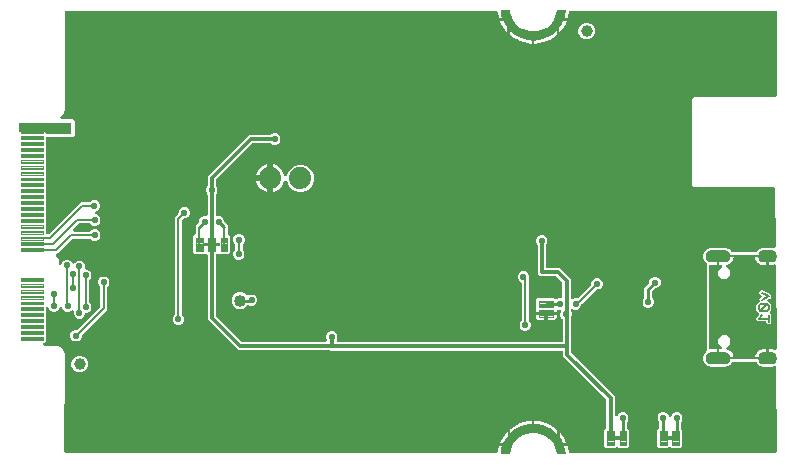
<source format=gbl>
G04 EAGLE Gerber RS-274X export*
G75*
%MOMM*%
%FSLAX34Y34*%
%LPD*%
%INBottom Copper*%
%IPPOS*%
%AMOC8*
5,1,8,0,0,1.08239X$1,22.5*%
G01*
%ADD10C,0.152400*%
%ADD11C,0.099059*%
%ADD12C,0.101600*%
%ADD13C,0.654000*%
%ADD14C,1.016000*%
%ADD15C,1.000000*%
%ADD16C,0.101500*%
%ADD17C,0.609600*%
%ADD18C,0.203200*%
%ADD19C,1.879600*%
%ADD20C,0.558800*%
%ADD21C,0.304800*%
%ADD22C,0.254000*%

G36*
X467044Y373921D02*
X467044Y373921D01*
X467052Y373947D01*
X467746Y377958D01*
X467741Y377996D01*
X467747Y378033D01*
X467734Y378064D01*
X467730Y378096D01*
X467706Y378126D01*
X467690Y378161D01*
X467663Y378179D01*
X467642Y378205D01*
X467605Y378217D01*
X467574Y378238D01*
X467516Y378247D01*
X467509Y378249D01*
X467506Y378248D01*
X467500Y378249D01*
X460000Y378249D01*
X459935Y378230D01*
X459868Y378211D01*
X459867Y378210D01*
X459866Y378210D01*
X459820Y378157D01*
X459775Y378107D01*
X459774Y378106D01*
X459774Y378105D01*
X459773Y378102D01*
X459753Y378036D01*
X459330Y375138D01*
X458464Y372360D01*
X457174Y369752D01*
X455492Y367378D01*
X453460Y365296D01*
X451127Y363558D01*
X448550Y362206D01*
X445794Y361274D01*
X442926Y360784D01*
X440000Y360749D01*
X437074Y360784D01*
X434206Y361274D01*
X431450Y362206D01*
X428873Y363558D01*
X426540Y365296D01*
X424508Y367378D01*
X422826Y369752D01*
X421536Y372360D01*
X420670Y375138D01*
X420622Y375466D01*
X420549Y375964D01*
X420549Y375965D01*
X420367Y377211D01*
X420294Y377709D01*
X420247Y378036D01*
X420219Y378096D01*
X420190Y378161D01*
X420189Y378162D01*
X420188Y378163D01*
X420131Y378200D01*
X420074Y378238D01*
X420072Y378238D01*
X420071Y378239D01*
X420068Y378239D01*
X420000Y378249D01*
X412500Y378249D01*
X412462Y378238D01*
X412423Y378237D01*
X412397Y378219D01*
X412366Y378210D01*
X412340Y378181D01*
X412308Y378159D01*
X412295Y378129D01*
X412274Y378105D01*
X412268Y378066D01*
X412253Y378030D01*
X412254Y377974D01*
X412253Y377967D01*
X412254Y377963D01*
X412255Y377956D01*
X412975Y373958D01*
X412979Y373949D01*
X412984Y373923D01*
X413706Y371769D01*
X410952Y371769D01*
X410557Y372989D01*
X410541Y373068D01*
X409893Y376117D01*
X409819Y376815D01*
X409807Y376867D01*
X409804Y376919D01*
X409771Y377021D01*
X409746Y377125D01*
X409722Y377172D01*
X409706Y377221D01*
X409648Y377312D01*
X409599Y377407D01*
X409564Y377446D01*
X409536Y377490D01*
X409458Y377563D01*
X409386Y377643D01*
X409342Y377672D01*
X409304Y377708D01*
X409210Y377760D01*
X409121Y377819D01*
X409071Y377836D01*
X409025Y377862D01*
X408922Y377888D01*
X408821Y377924D01*
X408768Y377928D01*
X408717Y377941D01*
X408557Y377951D01*
X44318Y377951D01*
X44200Y377936D01*
X44081Y377929D01*
X44043Y377916D01*
X44002Y377911D01*
X43892Y377868D01*
X43779Y377831D01*
X43744Y377809D01*
X43707Y377794D01*
X43611Y377725D01*
X43510Y377661D01*
X43482Y377631D01*
X43449Y377608D01*
X43373Y377516D01*
X43292Y377429D01*
X43272Y377394D01*
X43247Y377363D01*
X43196Y377255D01*
X43138Y377151D01*
X43128Y377111D01*
X43111Y377075D01*
X43089Y376958D01*
X43059Y376843D01*
X43055Y376783D01*
X43051Y376763D01*
X43053Y376742D01*
X43049Y376682D01*
X43049Y296090D01*
X43055Y296042D01*
X43052Y295993D01*
X43075Y295885D01*
X43089Y295775D01*
X43107Y295730D01*
X43116Y295682D01*
X43148Y295618D01*
X43053Y294429D01*
X43054Y294407D01*
X43049Y294328D01*
X43049Y293146D01*
X43039Y293132D01*
X43003Y293028D01*
X42959Y292926D01*
X42951Y292878D01*
X42936Y292832D01*
X42913Y292672D01*
X42877Y292221D01*
X42155Y291088D01*
X42154Y291088D01*
X40682Y288776D01*
X40204Y288505D01*
X40084Y288415D01*
X39962Y288327D01*
X39956Y288320D01*
X39949Y288315D01*
X39855Y288198D01*
X39759Y288082D01*
X39755Y288074D01*
X39750Y288067D01*
X39687Y287929D01*
X39624Y287794D01*
X39622Y287785D01*
X39618Y287778D01*
X39592Y287629D01*
X39564Y287481D01*
X39564Y287473D01*
X39563Y287464D01*
X39574Y287315D01*
X39584Y287164D01*
X39586Y287156D01*
X39587Y287147D01*
X39635Y287005D01*
X39682Y286862D01*
X39686Y286854D01*
X39689Y286846D01*
X39771Y286720D01*
X39852Y286593D01*
X39858Y286587D01*
X39863Y286580D01*
X39973Y286479D01*
X40083Y286375D01*
X40091Y286371D01*
X40097Y286365D01*
X40230Y286294D01*
X40362Y286221D01*
X40370Y286219D01*
X40378Y286215D01*
X40524Y286179D01*
X40670Y286142D01*
X40681Y286141D01*
X40687Y286140D01*
X40700Y286140D01*
X40830Y286132D01*
X49786Y286132D01*
X51944Y283974D01*
X51944Y273048D01*
X49786Y270890D01*
X28302Y270890D01*
X28184Y270875D01*
X28065Y270868D01*
X28027Y270855D01*
X27986Y270850D01*
X27876Y270807D01*
X27763Y270770D01*
X27728Y270748D01*
X27691Y270733D01*
X27595Y270664D01*
X27494Y270600D01*
X27466Y270570D01*
X27433Y270547D01*
X27357Y270455D01*
X27276Y270368D01*
X27256Y270333D01*
X27231Y270302D01*
X27180Y270194D01*
X27122Y270090D01*
X27112Y270050D01*
X27095Y270014D01*
X27073Y269897D01*
X27043Y269782D01*
X27039Y269722D01*
X27035Y269702D01*
X27037Y269681D01*
X27033Y269621D01*
X27033Y189818D01*
X27048Y189700D01*
X27055Y189581D01*
X27068Y189543D01*
X27073Y189502D01*
X27116Y189392D01*
X27153Y189279D01*
X27175Y189244D01*
X27190Y189207D01*
X27260Y189110D01*
X27323Y189010D01*
X27353Y188982D01*
X27376Y188949D01*
X27468Y188873D01*
X27555Y188792D01*
X27590Y188772D01*
X27621Y188747D01*
X27729Y188696D01*
X27833Y188638D01*
X27873Y188628D01*
X27909Y188611D01*
X28026Y188589D01*
X28141Y188559D01*
X28201Y188555D01*
X28221Y188551D01*
X28242Y188553D01*
X28302Y188549D01*
X29025Y188549D01*
X29124Y188561D01*
X29223Y188564D01*
X29281Y188581D01*
X29341Y188589D01*
X29433Y188625D01*
X29528Y188653D01*
X29580Y188683D01*
X29637Y188706D01*
X29717Y188764D01*
X29802Y188814D01*
X29878Y188880D01*
X29894Y188892D01*
X29902Y188902D01*
X29923Y188920D01*
X56903Y215901D01*
X64023Y215901D01*
X64121Y215913D01*
X64220Y215916D01*
X64278Y215933D01*
X64338Y215941D01*
X64431Y215977D01*
X64526Y216005D01*
X64578Y216035D01*
X64634Y216058D01*
X64714Y216116D01*
X64800Y216166D01*
X64875Y216232D01*
X64892Y216244D01*
X64899Y216254D01*
X64920Y216272D01*
X65592Y216944D01*
X67366Y217679D01*
X69286Y217679D01*
X71060Y216944D01*
X72418Y215586D01*
X73153Y213812D01*
X73153Y211892D01*
X72418Y210118D01*
X71060Y208760D01*
X69486Y208108D01*
X69366Y208039D01*
X69243Y207974D01*
X69228Y207961D01*
X69210Y207951D01*
X69110Y207854D01*
X69007Y207760D01*
X68996Y207743D01*
X68982Y207729D01*
X68909Y207611D01*
X68833Y207495D01*
X68826Y207476D01*
X68815Y207458D01*
X68775Y207326D01*
X68729Y207194D01*
X68728Y207174D01*
X68722Y207154D01*
X68715Y207016D01*
X68704Y206877D01*
X68708Y206857D01*
X68707Y206837D01*
X68735Y206701D01*
X68759Y206564D01*
X68767Y206545D01*
X68771Y206525D01*
X68832Y206400D01*
X68889Y206274D01*
X68902Y206258D01*
X68911Y206240D01*
X69001Y206133D01*
X69088Y206025D01*
X69104Y206013D01*
X69117Y205998D01*
X69231Y205917D01*
X69342Y205834D01*
X69367Y205822D01*
X69377Y205814D01*
X69396Y205807D01*
X69486Y205763D01*
X71314Y205006D01*
X72672Y203648D01*
X73407Y201874D01*
X73407Y199954D01*
X72672Y198180D01*
X71314Y196822D01*
X69540Y196087D01*
X67620Y196087D01*
X65846Y196822D01*
X65174Y197494D01*
X65096Y197554D01*
X65024Y197622D01*
X64971Y197651D01*
X64923Y197688D01*
X64832Y197728D01*
X64746Y197776D01*
X64687Y197791D01*
X64631Y197815D01*
X64533Y197830D01*
X64438Y197855D01*
X64338Y197861D01*
X64317Y197865D01*
X64305Y197863D01*
X64277Y197865D01*
X55637Y197865D01*
X55538Y197853D01*
X55439Y197850D01*
X55381Y197833D01*
X55321Y197825D01*
X55229Y197789D01*
X55134Y197761D01*
X55082Y197731D01*
X55025Y197708D01*
X54945Y197650D01*
X54860Y197600D01*
X54785Y197534D01*
X54768Y197522D01*
X54760Y197512D01*
X54739Y197494D01*
X50421Y193175D01*
X50336Y193066D01*
X50247Y192959D01*
X50239Y192940D01*
X50226Y192924D01*
X50171Y192796D01*
X50112Y192671D01*
X50108Y192651D01*
X50100Y192632D01*
X50078Y192494D01*
X50052Y192358D01*
X50053Y192338D01*
X50050Y192318D01*
X50063Y192179D01*
X50072Y192041D01*
X50078Y192022D01*
X50080Y192002D01*
X50127Y191870D01*
X50170Y191739D01*
X50180Y191721D01*
X50187Y191702D01*
X50265Y191587D01*
X50340Y191470D01*
X50355Y191456D01*
X50366Y191439D01*
X50470Y191347D01*
X50571Y191252D01*
X50589Y191242D01*
X50604Y191229D01*
X50728Y191165D01*
X50850Y191098D01*
X50869Y191093D01*
X50888Y191084D01*
X51023Y191054D01*
X51158Y191019D01*
X51186Y191017D01*
X51198Y191014D01*
X51218Y191015D01*
X51319Y191009D01*
X64277Y191009D01*
X64375Y191021D01*
X64474Y191024D01*
X64532Y191041D01*
X64592Y191049D01*
X64685Y191085D01*
X64780Y191113D01*
X64832Y191143D01*
X64888Y191166D01*
X64968Y191224D01*
X65054Y191274D01*
X65129Y191340D01*
X65146Y191352D01*
X65153Y191362D01*
X65174Y191380D01*
X65846Y192052D01*
X67620Y192787D01*
X69540Y192787D01*
X71314Y192052D01*
X72672Y190694D01*
X73407Y188920D01*
X73407Y187000D01*
X72672Y185226D01*
X71314Y183868D01*
X69540Y183133D01*
X67620Y183133D01*
X65846Y183868D01*
X65174Y184540D01*
X65096Y184600D01*
X65024Y184668D01*
X64971Y184697D01*
X64923Y184734D01*
X64832Y184774D01*
X64746Y184822D01*
X64687Y184837D01*
X64631Y184861D01*
X64533Y184876D01*
X64438Y184901D01*
X64338Y184907D01*
X64317Y184911D01*
X64305Y184909D01*
X64277Y184911D01*
X50303Y184911D01*
X50204Y184899D01*
X50105Y184896D01*
X50047Y184879D01*
X49987Y184871D01*
X49895Y184835D01*
X49800Y184807D01*
X49748Y184777D01*
X49691Y184754D01*
X49611Y184696D01*
X49526Y184646D01*
X49451Y184580D01*
X49434Y184568D01*
X49426Y184558D01*
X49405Y184540D01*
X37317Y172451D01*
X36912Y172451D01*
X36781Y172435D01*
X36649Y172424D01*
X36623Y172415D01*
X36596Y172411D01*
X36474Y172363D01*
X36348Y172319D01*
X36326Y172304D01*
X36301Y172294D01*
X36194Y172217D01*
X36083Y172143D01*
X36065Y172123D01*
X36043Y172108D01*
X35959Y172005D01*
X35870Y171907D01*
X35858Y171883D01*
X35841Y171863D01*
X35784Y171743D01*
X35723Y171626D01*
X35717Y171599D01*
X35705Y171575D01*
X35680Y171445D01*
X35650Y171316D01*
X35650Y171289D01*
X35645Y171263D01*
X35653Y171131D01*
X35656Y170998D01*
X35663Y170972D01*
X35665Y170945D01*
X35706Y170819D01*
X35741Y170692D01*
X35758Y170657D01*
X35763Y170643D01*
X35775Y170624D01*
X35813Y170547D01*
X38049Y166675D01*
X38049Y164006D01*
X38057Y163937D01*
X38056Y163867D01*
X38077Y163780D01*
X38089Y163691D01*
X38114Y163626D01*
X38131Y163558D01*
X38173Y163478D01*
X38206Y163395D01*
X38247Y163339D01*
X38279Y163277D01*
X38340Y163210D01*
X38392Y163138D01*
X38446Y163093D01*
X38493Y163041D01*
X38568Y162992D01*
X38637Y162935D01*
X38701Y162905D01*
X38759Y162867D01*
X38844Y162837D01*
X38925Y162799D01*
X38994Y162786D01*
X39060Y162763D01*
X39149Y162756D01*
X39237Y162739D01*
X39307Y162744D01*
X39377Y162738D01*
X39465Y162754D01*
X39555Y162759D01*
X39621Y162781D01*
X39690Y162793D01*
X39772Y162830D01*
X39857Y162857D01*
X39916Y162895D01*
X39980Y162923D01*
X40050Y162979D01*
X40126Y163027D01*
X40174Y163078D01*
X40228Y163122D01*
X40283Y163194D01*
X40344Y163259D01*
X40378Y163320D01*
X40420Y163376D01*
X40491Y163520D01*
X41120Y165040D01*
X42478Y166398D01*
X44252Y167133D01*
X46172Y167133D01*
X47946Y166398D01*
X49304Y165040D01*
X49453Y164679D01*
X49478Y164636D01*
X49495Y164589D01*
X49557Y164498D01*
X49611Y164403D01*
X49645Y164367D01*
X49673Y164326D01*
X49756Y164253D01*
X49832Y164175D01*
X49875Y164149D01*
X49912Y164116D01*
X50010Y164066D01*
X50103Y164008D01*
X50151Y163994D01*
X50195Y163971D01*
X50302Y163947D01*
X50407Y163915D01*
X50457Y163912D01*
X50505Y163902D01*
X50615Y163905D01*
X50725Y163900D01*
X50774Y163910D01*
X50823Y163911D01*
X50929Y163942D01*
X51036Y163964D01*
X51081Y163986D01*
X51129Y164000D01*
X51223Y164055D01*
X51322Y164104D01*
X51360Y164136D01*
X51403Y164161D01*
X51523Y164268D01*
X52892Y165636D01*
X54666Y166371D01*
X56586Y166371D01*
X58360Y165636D01*
X59718Y164278D01*
X60453Y162504D01*
X60453Y160584D01*
X60420Y160506D01*
X60407Y160458D01*
X60386Y160413D01*
X60365Y160305D01*
X60336Y160199D01*
X60336Y160149D01*
X60326Y160100D01*
X60333Y159991D01*
X60331Y159881D01*
X60343Y159833D01*
X60346Y159783D01*
X60380Y159679D01*
X60405Y159572D01*
X60429Y159528D01*
X60444Y159481D01*
X60503Y159388D01*
X60554Y159291D01*
X60588Y159254D01*
X60614Y159212D01*
X60694Y159137D01*
X60768Y159055D01*
X60810Y159028D01*
X60846Y158994D01*
X60942Y158941D01*
X61034Y158881D01*
X61081Y158864D01*
X61124Y158840D01*
X61231Y158813D01*
X61335Y158777D01*
X61384Y158773D01*
X61432Y158761D01*
X61593Y158751D01*
X61920Y158751D01*
X63694Y158016D01*
X65052Y156658D01*
X65787Y154884D01*
X65787Y152964D01*
X65052Y151190D01*
X64380Y150518D01*
X64320Y150440D01*
X64252Y150368D01*
X64223Y150315D01*
X64186Y150267D01*
X64146Y150176D01*
X64098Y150090D01*
X64083Y150031D01*
X64059Y149975D01*
X64044Y149877D01*
X64019Y149782D01*
X64013Y149682D01*
X64009Y149661D01*
X64011Y149649D01*
X64009Y149621D01*
X64009Y131303D01*
X64021Y131205D01*
X64024Y131106D01*
X64041Y131048D01*
X64049Y130988D01*
X64085Y130895D01*
X64113Y130800D01*
X64143Y130748D01*
X64166Y130692D01*
X64224Y130612D01*
X64274Y130526D01*
X64340Y130451D01*
X64352Y130434D01*
X64362Y130427D01*
X64380Y130406D01*
X65052Y129734D01*
X65787Y127960D01*
X65787Y126040D01*
X65052Y124266D01*
X63694Y122908D01*
X61920Y122173D01*
X61722Y122173D01*
X61604Y122158D01*
X61485Y122151D01*
X61447Y122138D01*
X61406Y122133D01*
X61296Y122090D01*
X61183Y122053D01*
X61148Y122031D01*
X61111Y122016D01*
X61015Y121947D01*
X60914Y121883D01*
X60886Y121853D01*
X60853Y121830D01*
X60777Y121738D01*
X60696Y121651D01*
X60676Y121616D01*
X60651Y121585D01*
X60600Y121477D01*
X60542Y121373D01*
X60532Y121333D01*
X60515Y121297D01*
X60493Y121180D01*
X60463Y121065D01*
X60459Y121005D01*
X60455Y120985D01*
X60456Y120968D01*
X59718Y119186D01*
X58360Y117828D01*
X56586Y117093D01*
X54666Y117093D01*
X52892Y117828D01*
X51534Y119186D01*
X50799Y120960D01*
X50799Y122951D01*
X50782Y123089D01*
X50769Y123227D01*
X50762Y123246D01*
X50759Y123267D01*
X50708Y123396D01*
X50661Y123527D01*
X50650Y123543D01*
X50642Y123562D01*
X50561Y123675D01*
X50483Y123790D01*
X50467Y123803D01*
X50456Y123820D01*
X50348Y123908D01*
X50244Y124000D01*
X50226Y124009D01*
X50211Y124022D01*
X50085Y124081D01*
X49961Y124145D01*
X49941Y124149D01*
X49923Y124158D01*
X49787Y124184D01*
X49651Y124215D01*
X49630Y124214D01*
X49611Y124218D01*
X49472Y124209D01*
X49333Y124205D01*
X49313Y124199D01*
X49293Y124198D01*
X49161Y124155D01*
X49027Y124116D01*
X49010Y124106D01*
X48991Y124100D01*
X48873Y124025D01*
X48753Y123955D01*
X48732Y123936D01*
X48722Y123930D01*
X48708Y123915D01*
X48632Y123848D01*
X48454Y123670D01*
X46680Y122935D01*
X44760Y122935D01*
X42986Y123670D01*
X41628Y125028D01*
X40998Y126549D01*
X40929Y126670D01*
X40864Y126793D01*
X40851Y126808D01*
X40840Y126825D01*
X40743Y126925D01*
X40650Y127028D01*
X40633Y127039D01*
X40619Y127054D01*
X40501Y127126D01*
X40385Y127203D01*
X40365Y127209D01*
X40348Y127220D01*
X40215Y127261D01*
X40084Y127306D01*
X40063Y127308D01*
X40044Y127314D01*
X39906Y127320D01*
X39767Y127331D01*
X39747Y127328D01*
X39726Y127329D01*
X39591Y127301D01*
X39453Y127277D01*
X39435Y127268D01*
X39415Y127264D01*
X39290Y127203D01*
X39163Y127146D01*
X39148Y127134D01*
X39129Y127125D01*
X39023Y127034D01*
X38915Y126948D01*
X38903Y126931D01*
X38887Y126918D01*
X38807Y126805D01*
X38724Y126694D01*
X38711Y126668D01*
X38704Y126658D01*
X38697Y126639D01*
X38653Y126549D01*
X38128Y125282D01*
X36770Y123924D01*
X34996Y123189D01*
X33076Y123189D01*
X31302Y123924D01*
X29944Y125282D01*
X29475Y126415D01*
X29440Y126476D01*
X29414Y126541D01*
X29362Y126613D01*
X29317Y126692D01*
X29269Y126742D01*
X29228Y126798D01*
X29158Y126856D01*
X29096Y126920D01*
X29036Y126956D01*
X28983Y127001D01*
X28901Y127039D01*
X28825Y127086D01*
X28758Y127107D01*
X28695Y127137D01*
X28607Y127153D01*
X28521Y127180D01*
X28451Y127183D01*
X28382Y127196D01*
X28293Y127191D01*
X28203Y127195D01*
X28135Y127181D01*
X28065Y127177D01*
X27980Y127149D01*
X27892Y127131D01*
X27829Y127100D01*
X27763Y127079D01*
X27687Y127030D01*
X27606Y126991D01*
X27553Y126946D01*
X27494Y126908D01*
X27432Y126843D01*
X27364Y126785D01*
X27324Y126728D01*
X27276Y126677D01*
X27233Y126598D01*
X27181Y126525D01*
X27156Y126459D01*
X27122Y126398D01*
X27100Y126311D01*
X27068Y126227D01*
X27060Y126158D01*
X27043Y126090D01*
X27033Y125930D01*
X27033Y98205D01*
X25293Y96465D01*
X25208Y96356D01*
X25119Y96249D01*
X25110Y96230D01*
X25098Y96214D01*
X25043Y96086D01*
X24983Y95961D01*
X24980Y95941D01*
X24972Y95922D01*
X24950Y95784D01*
X24924Y95648D01*
X24925Y95628D01*
X24922Y95608D01*
X24935Y95469D01*
X24943Y95331D01*
X24950Y95312D01*
X24952Y95292D01*
X24999Y95160D01*
X25041Y95029D01*
X25052Y95011D01*
X25059Y94992D01*
X25137Y94877D01*
X25212Y94760D01*
X25226Y94746D01*
X25238Y94729D01*
X25342Y94637D01*
X25443Y94542D01*
X25461Y94532D01*
X25476Y94519D01*
X25600Y94455D01*
X25722Y94388D01*
X25741Y94383D01*
X25759Y94374D01*
X25895Y94344D01*
X26030Y94309D01*
X26058Y94307D01*
X26070Y94304D01*
X26090Y94305D01*
X26190Y94299D01*
X33258Y94299D01*
X33345Y94310D01*
X33432Y94311D01*
X33493Y94327D01*
X35017Y94299D01*
X35025Y94300D01*
X35041Y94299D01*
X36567Y94299D01*
X36638Y94279D01*
X36768Y94269D01*
X36781Y94267D01*
X36787Y94267D01*
X36798Y94266D01*
X37113Y94260D01*
X40699Y92242D01*
X42898Y88765D01*
X42929Y88316D01*
X42940Y88264D01*
X42941Y88211D01*
X42970Y88108D01*
X42991Y88004D01*
X43014Y87956D01*
X43029Y87905D01*
X43053Y87864D01*
X43049Y86648D01*
X43052Y86626D01*
X43052Y86556D01*
X43136Y85354D01*
X43135Y85352D01*
X43108Y85249D01*
X43073Y85149D01*
X43068Y85096D01*
X43055Y85044D01*
X43044Y84884D01*
X42807Y4830D01*
X42822Y4710D01*
X42830Y4589D01*
X42842Y4552D01*
X42846Y4514D01*
X42891Y4401D01*
X42928Y4287D01*
X42948Y4254D01*
X42963Y4218D01*
X43033Y4120D01*
X43098Y4018D01*
X43126Y3991D01*
X43149Y3960D01*
X43242Y3883D01*
X43330Y3800D01*
X43363Y3781D01*
X43393Y3757D01*
X43502Y3705D01*
X43608Y3646D01*
X43645Y3637D01*
X43680Y3620D01*
X43799Y3597D01*
X43916Y3567D01*
X43973Y3563D01*
X43992Y3560D01*
X44013Y3561D01*
X44077Y3557D01*
X408599Y3557D01*
X408656Y3564D01*
X408714Y3562D01*
X408814Y3584D01*
X408915Y3597D01*
X408968Y3618D01*
X409024Y3630D01*
X409116Y3676D01*
X409211Y3714D01*
X409257Y3747D01*
X409308Y3773D01*
X409385Y3840D01*
X409468Y3900D01*
X409505Y3945D01*
X409548Y3982D01*
X409606Y4067D01*
X409671Y4145D01*
X409695Y4197D01*
X409728Y4245D01*
X409763Y4341D01*
X409806Y4433D01*
X409817Y4489D01*
X409837Y4543D01*
X409863Y4702D01*
X409879Y4867D01*
X410442Y7608D01*
X410524Y8008D01*
X410913Y9231D01*
X413662Y9231D01*
X412957Y7089D01*
X412956Y7079D01*
X412948Y7053D01*
X412254Y3042D01*
X412259Y3004D01*
X412253Y2967D01*
X412266Y2936D01*
X412270Y2904D01*
X412294Y2874D01*
X412310Y2839D01*
X412337Y2821D01*
X412358Y2795D01*
X412395Y2783D01*
X412427Y2762D01*
X412484Y2753D01*
X412491Y2751D01*
X412494Y2752D01*
X412500Y2751D01*
X420000Y2751D01*
X420065Y2770D01*
X420132Y2789D01*
X420133Y2790D01*
X420134Y2790D01*
X420180Y2843D01*
X420225Y2893D01*
X420226Y2895D01*
X420227Y2898D01*
X420247Y2964D01*
X420670Y5862D01*
X421536Y8640D01*
X422826Y11248D01*
X424508Y13622D01*
X426540Y15704D01*
X428873Y17442D01*
X431450Y18794D01*
X434206Y19726D01*
X437074Y20216D01*
X440000Y20251D01*
X442926Y20216D01*
X445794Y19726D01*
X448550Y18794D01*
X451127Y17442D01*
X453460Y15704D01*
X455492Y13622D01*
X457174Y11248D01*
X458464Y8640D01*
X459330Y5862D01*
X459462Y4961D01*
X459534Y4462D01*
X459607Y3964D01*
X459680Y3465D01*
X459753Y2964D01*
X459781Y2903D01*
X459810Y2839D01*
X459811Y2838D01*
X459812Y2837D01*
X459869Y2800D01*
X459927Y2762D01*
X459928Y2762D01*
X459929Y2761D01*
X459932Y2761D01*
X460000Y2751D01*
X467500Y2751D01*
X467538Y2762D01*
X467577Y2763D01*
X467603Y2781D01*
X467634Y2790D01*
X467660Y2819D01*
X467692Y2841D01*
X467705Y2871D01*
X467726Y2895D01*
X467732Y2934D01*
X467747Y2970D01*
X467746Y3026D01*
X467747Y3033D01*
X467746Y3037D01*
X467745Y3044D01*
X467025Y7042D01*
X467021Y7051D01*
X467016Y7077D01*
X466294Y9231D01*
X469047Y9231D01*
X469443Y8010D01*
X470107Y4884D01*
X470127Y4692D01*
X470139Y4641D01*
X470143Y4589D01*
X470176Y4487D01*
X470200Y4383D01*
X470224Y4336D01*
X470241Y4287D01*
X470298Y4196D01*
X470348Y4101D01*
X470383Y4062D01*
X470411Y4018D01*
X470489Y3944D01*
X470560Y3865D01*
X470604Y3836D01*
X470642Y3800D01*
X470736Y3748D01*
X470825Y3689D01*
X470875Y3672D01*
X470921Y3646D01*
X471025Y3620D01*
X471126Y3584D01*
X471178Y3580D01*
X471229Y3567D01*
X471389Y3557D01*
X644877Y3557D01*
X645000Y3572D01*
X645123Y3581D01*
X645157Y3592D01*
X645193Y3597D01*
X645308Y3642D01*
X645424Y3681D01*
X645455Y3700D01*
X645489Y3714D01*
X645588Y3786D01*
X645692Y3853D01*
X645717Y3879D01*
X645746Y3900D01*
X645825Y3995D01*
X645908Y4086D01*
X645926Y4117D01*
X645949Y4145D01*
X646001Y4257D01*
X646060Y4365D01*
X646069Y4400D01*
X646084Y4433D01*
X646107Y4554D01*
X646137Y4674D01*
X646141Y4727D01*
X646144Y4745D01*
X646143Y4767D01*
X646147Y4834D01*
X645677Y76018D01*
X645657Y76169D01*
X645639Y76319D01*
X645636Y76326D01*
X645635Y76334D01*
X645578Y76474D01*
X645523Y76616D01*
X645519Y76622D01*
X645516Y76629D01*
X645426Y76750D01*
X645337Y76874D01*
X645332Y76879D01*
X645327Y76885D01*
X645209Y76981D01*
X645093Y77078D01*
X645087Y77081D01*
X645081Y77086D01*
X644943Y77150D01*
X644806Y77215D01*
X644799Y77216D01*
X644792Y77219D01*
X644643Y77247D01*
X644494Y77276D01*
X644487Y77276D01*
X644480Y77277D01*
X644329Y77267D01*
X644177Y77258D01*
X644170Y77256D01*
X644162Y77255D01*
X644019Y77208D01*
X643874Y77162D01*
X643865Y77157D01*
X643861Y77155D01*
X643851Y77149D01*
X643732Y77085D01*
X643587Y76993D01*
X642919Y76918D01*
X642859Y76903D01*
X642797Y76898D01*
X642642Y76855D01*
X642202Y76701D01*
X642170Y76685D01*
X642152Y76680D01*
X642055Y76713D01*
X642010Y76716D01*
X641967Y76727D01*
X641806Y76737D01*
X641386Y76737D01*
X641373Y76736D01*
X641244Y76729D01*
X640498Y76645D01*
X640494Y76648D01*
X640367Y76680D01*
X640241Y76719D01*
X640213Y76720D01*
X640186Y76727D01*
X640025Y76737D01*
X636371Y76737D01*
X636343Y76734D01*
X636315Y76736D01*
X636186Y76714D01*
X636055Y76697D01*
X636029Y76687D01*
X636002Y76682D01*
X635914Y76643D01*
X635152Y76729D01*
X635138Y76729D01*
X635010Y76737D01*
X634590Y76737D01*
X634546Y76732D01*
X634501Y76734D01*
X634388Y76712D01*
X634275Y76697D01*
X634237Y76683D01*
X634194Y76701D01*
X633754Y76855D01*
X633693Y76868D01*
X633635Y76890D01*
X633477Y76918D01*
X632809Y76993D01*
X632240Y77351D01*
X632184Y77377D01*
X632133Y77411D01*
X631984Y77474D01*
X631350Y77696D01*
X630875Y78171D01*
X630826Y78209D01*
X630783Y78254D01*
X630653Y78348D01*
X630084Y78706D01*
X629726Y79275D01*
X629687Y79323D01*
X629656Y79376D01*
X629549Y79497D01*
X629061Y79985D01*
X629043Y80041D01*
X628992Y80121D01*
X628950Y80206D01*
X628907Y80255D01*
X628872Y80310D01*
X628804Y80375D01*
X628742Y80446D01*
X628688Y80483D01*
X628641Y80528D01*
X628558Y80574D01*
X628480Y80628D01*
X628419Y80650D01*
X628362Y80682D01*
X628271Y80705D01*
X628182Y80738D01*
X628117Y80745D01*
X628054Y80761D01*
X627894Y80771D01*
X609202Y80771D01*
X609138Y80763D01*
X609073Y80765D01*
X608980Y80743D01*
X608887Y80731D01*
X608826Y80707D01*
X608763Y80693D01*
X608679Y80649D01*
X608591Y80614D01*
X608538Y80576D01*
X608481Y80546D01*
X608410Y80483D01*
X608334Y80428D01*
X608292Y80377D01*
X608244Y80334D01*
X608191Y80255D01*
X608131Y80183D01*
X608103Y80124D01*
X608067Y80070D01*
X608028Y79978D01*
X607547Y79497D01*
X607509Y79448D01*
X607464Y79405D01*
X607370Y79275D01*
X607012Y78706D01*
X606443Y78348D01*
X606395Y78309D01*
X606342Y78278D01*
X606221Y78171D01*
X605746Y77696D01*
X605112Y77474D01*
X605056Y77446D01*
X604997Y77428D01*
X604856Y77351D01*
X604287Y76993D01*
X603619Y76918D01*
X603559Y76903D01*
X603497Y76898D01*
X603342Y76855D01*
X602902Y76701D01*
X602870Y76685D01*
X602852Y76680D01*
X602755Y76713D01*
X602710Y76716D01*
X602667Y76727D01*
X602506Y76737D01*
X602086Y76737D01*
X602073Y76736D01*
X601944Y76729D01*
X601198Y76645D01*
X601194Y76648D01*
X601067Y76680D01*
X600941Y76719D01*
X600913Y76720D01*
X600886Y76727D01*
X600725Y76737D01*
X592071Y76737D01*
X592043Y76734D01*
X592015Y76736D01*
X591886Y76714D01*
X591755Y76697D01*
X591729Y76687D01*
X591702Y76682D01*
X591614Y76643D01*
X590852Y76729D01*
X590838Y76729D01*
X590710Y76737D01*
X590290Y76737D01*
X590246Y76732D01*
X590200Y76734D01*
X590088Y76712D01*
X589975Y76697D01*
X589937Y76683D01*
X589894Y76701D01*
X589454Y76855D01*
X589393Y76868D01*
X589335Y76890D01*
X589177Y76918D01*
X588509Y76993D01*
X587940Y77351D01*
X587884Y77377D01*
X587832Y77411D01*
X587684Y77474D01*
X587050Y77696D01*
X586575Y78171D01*
X586526Y78209D01*
X586483Y78254D01*
X586353Y78348D01*
X585784Y78706D01*
X585426Y79275D01*
X585387Y79323D01*
X585356Y79376D01*
X585249Y79497D01*
X584774Y79972D01*
X584552Y80606D01*
X584524Y80662D01*
X584506Y80721D01*
X584429Y80862D01*
X584071Y81431D01*
X583996Y82099D01*
X583981Y82159D01*
X583976Y82221D01*
X583933Y82376D01*
X583711Y83010D01*
X583786Y83678D01*
X583785Y83740D01*
X583794Y83801D01*
X583786Y83962D01*
X583711Y84630D01*
X583933Y85264D01*
X583946Y85325D01*
X583968Y85383D01*
X583996Y85541D01*
X584071Y86209D01*
X584346Y86647D01*
X584429Y86778D01*
X584455Y86834D01*
X584489Y86886D01*
X584552Y87034D01*
X584774Y87668D01*
X585249Y88143D01*
X585287Y88192D01*
X585332Y88235D01*
X585426Y88365D01*
X585784Y88934D01*
X586145Y89161D01*
X586209Y89213D01*
X586278Y89257D01*
X586331Y89314D01*
X586391Y89363D01*
X586440Y89429D01*
X586496Y89489D01*
X586534Y89557D01*
X586579Y89619D01*
X586610Y89696D01*
X586650Y89767D01*
X586669Y89843D01*
X586698Y89915D01*
X586709Y89996D01*
X586729Y90075D01*
X586739Y90224D01*
X586739Y90230D01*
X586739Y90232D01*
X586739Y90236D01*
X586739Y163764D01*
X586729Y163845D01*
X586729Y163927D01*
X586709Y164003D01*
X586699Y164079D01*
X586669Y164156D01*
X586649Y164235D01*
X586611Y164303D01*
X586582Y164375D01*
X586534Y164441D01*
X586494Y164513D01*
X586441Y164570D01*
X586396Y164632D01*
X586332Y164685D01*
X586276Y164744D01*
X586155Y164832D01*
X586151Y164835D01*
X586149Y164836D01*
X586145Y164839D01*
X585784Y165066D01*
X585426Y165635D01*
X585387Y165683D01*
X585356Y165736D01*
X585249Y165857D01*
X584774Y166332D01*
X584552Y166966D01*
X584524Y167022D01*
X584506Y167081D01*
X584429Y167222D01*
X584071Y167791D01*
X583996Y168459D01*
X583981Y168519D01*
X583976Y168581D01*
X583933Y168736D01*
X583711Y169370D01*
X583786Y170038D01*
X583785Y170100D01*
X583794Y170161D01*
X583786Y170322D01*
X583711Y170990D01*
X583933Y171624D01*
X583946Y171685D01*
X583968Y171743D01*
X583996Y171901D01*
X584071Y172569D01*
X584314Y172955D01*
X584314Y172956D01*
X584315Y172956D01*
X584429Y173138D01*
X584455Y173194D01*
X584489Y173246D01*
X584552Y173394D01*
X584774Y174028D01*
X585249Y174503D01*
X585287Y174552D01*
X585332Y174595D01*
X585426Y174725D01*
X585784Y175294D01*
X586353Y175652D01*
X586401Y175691D01*
X586454Y175722D01*
X586575Y175829D01*
X587050Y176304D01*
X587684Y176526D01*
X587740Y176554D01*
X587799Y176572D01*
X587940Y176649D01*
X588509Y177007D01*
X589177Y177082D01*
X589237Y177097D01*
X589299Y177102D01*
X589454Y177145D01*
X589894Y177299D01*
X589926Y177315D01*
X589944Y177320D01*
X590041Y177287D01*
X590086Y177284D01*
X590129Y177273D01*
X590290Y177263D01*
X590710Y177263D01*
X590723Y177264D01*
X590852Y177271D01*
X591598Y177355D01*
X591602Y177352D01*
X591729Y177320D01*
X591855Y177281D01*
X591883Y177280D01*
X591910Y177273D01*
X592071Y177263D01*
X600725Y177263D01*
X600753Y177266D01*
X600781Y177264D01*
X600910Y177286D01*
X601041Y177303D01*
X601067Y177313D01*
X601094Y177318D01*
X601182Y177357D01*
X601944Y177271D01*
X601958Y177271D01*
X602086Y177263D01*
X602506Y177263D01*
X602550Y177268D01*
X602596Y177266D01*
X602708Y177288D01*
X602821Y177303D01*
X602859Y177317D01*
X602902Y177299D01*
X603342Y177145D01*
X603403Y177132D01*
X603461Y177110D01*
X603619Y177082D01*
X604287Y177007D01*
X604856Y176649D01*
X604912Y176623D01*
X604964Y176589D01*
X605112Y176526D01*
X605746Y176304D01*
X606221Y175829D01*
X606270Y175791D01*
X606313Y175746D01*
X606443Y175652D01*
X607012Y175294D01*
X607370Y174725D01*
X607409Y174677D01*
X607440Y174624D01*
X607547Y174503D01*
X608153Y173897D01*
X608258Y173816D01*
X608258Y173815D01*
X608264Y173809D01*
X608275Y173801D01*
X608359Y173730D01*
X608366Y173727D01*
X608366Y173726D01*
X608392Y173712D01*
X608404Y173703D01*
X608424Y173694D01*
X608452Y173678D01*
X608525Y173628D01*
X608587Y173604D01*
X608645Y173572D01*
X608735Y173549D01*
X608823Y173516D01*
X608889Y173510D01*
X608953Y173493D01*
X609113Y173483D01*
X627983Y173483D01*
X628047Y173491D01*
X628112Y173489D01*
X628204Y173511D01*
X628298Y173523D01*
X628359Y173547D01*
X628422Y173561D01*
X628506Y173605D01*
X628594Y173640D01*
X628646Y173678D01*
X628704Y173708D01*
X628748Y173747D01*
X628823Y173791D01*
X628851Y173816D01*
X628863Y173824D01*
X628878Y173840D01*
X628943Y173897D01*
X629549Y174503D01*
X629587Y174552D01*
X629632Y174595D01*
X629726Y174725D01*
X630084Y175294D01*
X630653Y175652D01*
X630701Y175691D01*
X630754Y175722D01*
X630875Y175829D01*
X631350Y176304D01*
X631984Y176526D01*
X632040Y176554D01*
X632099Y176572D01*
X632240Y176649D01*
X632809Y177007D01*
X633477Y177082D01*
X633537Y177097D01*
X633599Y177102D01*
X633754Y177145D01*
X634194Y177299D01*
X634226Y177315D01*
X634244Y177320D01*
X634341Y177287D01*
X634386Y177284D01*
X634429Y177273D01*
X634590Y177263D01*
X635010Y177263D01*
X635023Y177264D01*
X635152Y177271D01*
X635898Y177355D01*
X635902Y177352D01*
X636029Y177320D01*
X636155Y177281D01*
X636183Y177280D01*
X636210Y177273D01*
X636371Y177263D01*
X640025Y177263D01*
X640053Y177266D01*
X640081Y177264D01*
X640210Y177286D01*
X640341Y177303D01*
X640367Y177313D01*
X640394Y177318D01*
X640482Y177357D01*
X641244Y177271D01*
X641258Y177271D01*
X641386Y177263D01*
X641806Y177263D01*
X641850Y177268D01*
X641896Y177266D01*
X642008Y177288D01*
X642121Y177303D01*
X642159Y177317D01*
X642202Y177299D01*
X642642Y177145D01*
X642703Y177132D01*
X642761Y177110D01*
X642919Y177082D01*
X643590Y177006D01*
X643626Y177007D01*
X643660Y177000D01*
X643784Y177009D01*
X643908Y177011D01*
X643943Y177020D01*
X643978Y177022D01*
X644095Y177061D01*
X644215Y177094D01*
X644246Y177111D01*
X644280Y177122D01*
X644384Y177189D01*
X644492Y177251D01*
X644518Y177275D01*
X644547Y177294D01*
X644631Y177385D01*
X644721Y177471D01*
X644740Y177501D01*
X644764Y177527D01*
X644823Y177636D01*
X644888Y177742D01*
X644898Y177776D01*
X644915Y177807D01*
X644945Y177927D01*
X644982Y178046D01*
X644984Y178081D01*
X644993Y178115D01*
X645002Y178276D01*
X644680Y227084D01*
X644664Y227198D01*
X644657Y227313D01*
X644644Y227355D01*
X644638Y227400D01*
X644595Y227506D01*
X644559Y227615D01*
X644535Y227653D01*
X644519Y227695D01*
X644451Y227787D01*
X644389Y227884D01*
X644357Y227915D01*
X644330Y227951D01*
X644241Y228023D01*
X644158Y228102D01*
X644118Y228124D01*
X644084Y228152D01*
X643980Y228200D01*
X643879Y228256D01*
X643836Y228267D01*
X643795Y228286D01*
X643682Y228306D01*
X643571Y228335D01*
X643503Y228339D01*
X643483Y228343D01*
X643463Y228342D01*
X643410Y228345D01*
X575825Y228345D01*
X574039Y230131D01*
X574039Y303523D01*
X575825Y305309D01*
X645160Y305309D01*
X645278Y305324D01*
X645397Y305331D01*
X645435Y305344D01*
X645476Y305349D01*
X645586Y305392D01*
X645699Y305429D01*
X645734Y305451D01*
X645771Y305466D01*
X645867Y305535D01*
X645968Y305599D01*
X645996Y305629D01*
X646029Y305652D01*
X646105Y305744D01*
X646186Y305831D01*
X646206Y305866D01*
X646231Y305897D01*
X646282Y306005D01*
X646340Y306109D01*
X646350Y306149D01*
X646367Y306185D01*
X646389Y306302D01*
X646419Y306417D01*
X646423Y306477D01*
X646427Y306497D01*
X646425Y306518D01*
X646429Y306578D01*
X646429Y376682D01*
X646414Y376800D01*
X646407Y376919D01*
X646394Y376957D01*
X646389Y376998D01*
X646346Y377108D01*
X646309Y377221D01*
X646287Y377256D01*
X646272Y377293D01*
X646203Y377389D01*
X646139Y377490D01*
X646109Y377518D01*
X646086Y377551D01*
X645994Y377627D01*
X645907Y377708D01*
X645872Y377728D01*
X645841Y377753D01*
X645733Y377804D01*
X645629Y377862D01*
X645589Y377872D01*
X645553Y377889D01*
X645436Y377911D01*
X645321Y377941D01*
X645261Y377945D01*
X645241Y377949D01*
X645220Y377947D01*
X645160Y377951D01*
X471450Y377951D01*
X471393Y377944D01*
X471336Y377946D01*
X471236Y377924D01*
X471135Y377911D01*
X471081Y377890D01*
X471025Y377878D01*
X470934Y377832D01*
X470839Y377794D01*
X470793Y377761D01*
X470741Y377735D01*
X470664Y377668D01*
X470582Y377608D01*
X470545Y377563D01*
X470502Y377526D01*
X470444Y377441D01*
X470379Y377363D01*
X470354Y377311D01*
X470322Y377263D01*
X470287Y377167D01*
X470243Y377075D01*
X470233Y377019D01*
X470213Y376965D01*
X470187Y376806D01*
X470121Y376133D01*
X469511Y373163D01*
X469476Y372992D01*
X469087Y371769D01*
X466338Y371769D01*
X467044Y373911D01*
X467044Y373921D01*
G37*
%LPC*%
G36*
X501479Y7873D02*
X501479Y7873D01*
X499998Y9354D01*
X499998Y23158D01*
X501405Y24564D01*
X501465Y24642D01*
X501533Y24714D01*
X501562Y24767D01*
X501599Y24815D01*
X501639Y24906D01*
X501687Y24993D01*
X501702Y25052D01*
X501726Y25107D01*
X501741Y25205D01*
X501766Y25301D01*
X501772Y25401D01*
X501776Y25421D01*
X501774Y25434D01*
X501776Y25462D01*
X501776Y47912D01*
X501764Y48010D01*
X501761Y48109D01*
X501744Y48167D01*
X501736Y48228D01*
X501700Y48320D01*
X501672Y48415D01*
X501642Y48467D01*
X501619Y48523D01*
X501561Y48603D01*
X501511Y48689D01*
X501445Y48764D01*
X501433Y48781D01*
X501423Y48788D01*
X501405Y48810D01*
X464819Y85395D01*
X464819Y88900D01*
X464804Y89018D01*
X464797Y89137D01*
X464784Y89175D01*
X464779Y89216D01*
X464736Y89326D01*
X464699Y89439D01*
X464677Y89474D01*
X464662Y89511D01*
X464593Y89607D01*
X464529Y89708D01*
X464499Y89736D01*
X464476Y89769D01*
X464384Y89845D01*
X464297Y89926D01*
X464262Y89946D01*
X464231Y89971D01*
X464123Y90022D01*
X464019Y90080D01*
X463979Y90090D01*
X463943Y90107D01*
X463826Y90129D01*
X463711Y90159D01*
X463651Y90163D01*
X463631Y90167D01*
X463610Y90165D01*
X463550Y90169D01*
X267746Y90169D01*
X267734Y90180D01*
X267681Y90209D01*
X267633Y90246D01*
X267542Y90286D01*
X267456Y90334D01*
X267397Y90349D01*
X267341Y90373D01*
X267243Y90388D01*
X267148Y90413D01*
X267048Y90419D01*
X267027Y90423D01*
X267015Y90421D01*
X266987Y90423D01*
X190297Y90423D01*
X164083Y116637D01*
X164083Y170880D01*
X164071Y170979D01*
X164068Y171078D01*
X164051Y171136D01*
X164043Y171196D01*
X164007Y171288D01*
X163979Y171383D01*
X163949Y171435D01*
X163926Y171492D01*
X163868Y171572D01*
X163818Y171657D01*
X163752Y171732D01*
X163740Y171749D01*
X163730Y171757D01*
X163712Y171778D01*
X163331Y172159D01*
X163236Y172232D01*
X163147Y172311D01*
X163111Y172329D01*
X163079Y172354D01*
X162970Y172401D01*
X162864Y172455D01*
X162824Y172464D01*
X162787Y172480D01*
X162670Y172499D01*
X162554Y172525D01*
X162513Y172524D01*
X162473Y172530D01*
X162355Y172519D01*
X162236Y172515D01*
X162197Y172504D01*
X162157Y172500D01*
X162044Y172460D01*
X161930Y172427D01*
X161896Y172406D01*
X161857Y172393D01*
X161759Y172326D01*
X161656Y172265D01*
X161611Y172226D01*
X161594Y172214D01*
X161581Y172199D01*
X161536Y172159D01*
X161080Y171703D01*
X153372Y171703D01*
X151891Y173184D01*
X151891Y186988D01*
X153555Y188652D01*
X153615Y188695D01*
X153716Y188759D01*
X153744Y188789D01*
X153777Y188812D01*
X153853Y188904D01*
X153934Y188991D01*
X153954Y189026D01*
X153979Y189057D01*
X154030Y189165D01*
X154088Y189269D01*
X154098Y189309D01*
X154115Y189345D01*
X154137Y189462D01*
X154167Y189577D01*
X154171Y189637D01*
X154175Y189657D01*
X154173Y189678D01*
X154177Y189738D01*
X154177Y192416D01*
X154165Y192515D01*
X154162Y192614D01*
X154145Y192672D01*
X154137Y192732D01*
X154101Y192824D01*
X154073Y192919D01*
X154043Y192971D01*
X154020Y193027D01*
X153962Y193108D01*
X153923Y193174D01*
X153923Y195932D01*
X156854Y198862D01*
X156914Y198941D01*
X156982Y199013D01*
X157011Y199066D01*
X157048Y199114D01*
X157088Y199205D01*
X157136Y199291D01*
X157151Y199350D01*
X157175Y199405D01*
X157190Y199503D01*
X157215Y199599D01*
X157221Y199699D01*
X157225Y199719D01*
X157223Y199732D01*
X157225Y199760D01*
X157225Y200350D01*
X157960Y202124D01*
X159318Y203482D01*
X161092Y204217D01*
X162814Y204217D01*
X162932Y204232D01*
X163051Y204239D01*
X163089Y204252D01*
X163130Y204257D01*
X163240Y204300D01*
X163353Y204337D01*
X163388Y204359D01*
X163425Y204374D01*
X163521Y204443D01*
X163622Y204507D01*
X163650Y204537D01*
X163683Y204560D01*
X163759Y204652D01*
X163840Y204739D01*
X163860Y204774D01*
X163885Y204805D01*
X163936Y204913D01*
X163994Y205017D01*
X164004Y205057D01*
X164021Y205093D01*
X164043Y205210D01*
X164073Y205325D01*
X164077Y205385D01*
X164081Y205405D01*
X164079Y205426D01*
X164083Y205486D01*
X164083Y222265D01*
X164071Y222363D01*
X164068Y222462D01*
X164051Y222520D01*
X164043Y222580D01*
X164007Y222673D01*
X163979Y222768D01*
X163949Y222820D01*
X163926Y222876D01*
X163868Y222956D01*
X163818Y223042D01*
X163752Y223117D01*
X163740Y223134D01*
X163730Y223141D01*
X163712Y223162D01*
X163548Y223326D01*
X162813Y225100D01*
X162813Y227020D01*
X163548Y228794D01*
X163712Y228958D01*
X163772Y229036D01*
X163840Y229108D01*
X163869Y229161D01*
X163906Y229209D01*
X163946Y229300D01*
X163994Y229386D01*
X164009Y229445D01*
X164033Y229501D01*
X164048Y229599D01*
X164073Y229694D01*
X164079Y229794D01*
X164083Y229815D01*
X164081Y229827D01*
X164083Y229855D01*
X164083Y237693D01*
X199187Y272797D01*
X217185Y272797D01*
X217283Y272809D01*
X217382Y272812D01*
X217440Y272829D01*
X217501Y272837D01*
X217593Y272873D01*
X217688Y272901D01*
X217740Y272931D01*
X217796Y272954D01*
X217876Y273012D01*
X217962Y273062D01*
X218037Y273128D01*
X218054Y273140D01*
X218061Y273150D01*
X218083Y273169D01*
X218246Y273332D01*
X220020Y274067D01*
X221940Y274067D01*
X223714Y273332D01*
X225072Y271974D01*
X225807Y270200D01*
X225807Y268280D01*
X225072Y266506D01*
X223714Y265148D01*
X221940Y264413D01*
X220020Y264413D01*
X218246Y265148D01*
X218083Y265311D01*
X218004Y265372D01*
X217932Y265440D01*
X217879Y265469D01*
X217831Y265506D01*
X217740Y265546D01*
X217654Y265594D01*
X217595Y265609D01*
X217539Y265633D01*
X217442Y265648D01*
X217346Y265673D01*
X217245Y265679D01*
X217225Y265683D01*
X217213Y265681D01*
X217185Y265683D01*
X202659Y265683D01*
X202561Y265671D01*
X202462Y265668D01*
X202404Y265651D01*
X202343Y265643D01*
X202251Y265607D01*
X202156Y265579D01*
X202104Y265549D01*
X202048Y265526D01*
X201968Y265468D01*
X201882Y265418D01*
X201807Y265352D01*
X201790Y265340D01*
X201783Y265330D01*
X201761Y265312D01*
X171568Y235119D01*
X171508Y235040D01*
X171440Y234968D01*
X171411Y234915D01*
X171374Y234867D01*
X171334Y234776D01*
X171286Y234690D01*
X171271Y234631D01*
X171247Y234575D01*
X171232Y234477D01*
X171207Y234382D01*
X171201Y234282D01*
X171197Y234261D01*
X171199Y234249D01*
X171197Y234221D01*
X171197Y229855D01*
X171209Y229757D01*
X171212Y229658D01*
X171229Y229600D01*
X171237Y229540D01*
X171273Y229447D01*
X171301Y229352D01*
X171331Y229300D01*
X171354Y229244D01*
X171412Y229164D01*
X171462Y229078D01*
X171528Y229003D01*
X171540Y228986D01*
X171550Y228979D01*
X171568Y228958D01*
X171732Y228794D01*
X172467Y227020D01*
X172467Y225100D01*
X171732Y223326D01*
X171568Y223162D01*
X171508Y223084D01*
X171440Y223012D01*
X171411Y222959D01*
X171374Y222911D01*
X171334Y222820D01*
X171286Y222734D01*
X171271Y222675D01*
X171247Y222619D01*
X171232Y222521D01*
X171207Y222426D01*
X171201Y222326D01*
X171197Y222305D01*
X171199Y222293D01*
X171197Y222265D01*
X171197Y205486D01*
X171212Y205368D01*
X171219Y205249D01*
X171232Y205211D01*
X171237Y205170D01*
X171280Y205060D01*
X171317Y204947D01*
X171339Y204912D01*
X171354Y204875D01*
X171423Y204779D01*
X171487Y204678D01*
X171517Y204650D01*
X171540Y204617D01*
X171632Y204541D01*
X171719Y204460D01*
X171754Y204440D01*
X171785Y204415D01*
X171893Y204364D01*
X171997Y204306D01*
X172037Y204296D01*
X172073Y204279D01*
X172190Y204257D01*
X172305Y204227D01*
X172365Y204223D01*
X172385Y204219D01*
X172406Y204221D01*
X172466Y204217D01*
X174442Y204217D01*
X176216Y203482D01*
X177574Y202124D01*
X178309Y200350D01*
X178309Y199760D01*
X178321Y199662D01*
X178324Y199563D01*
X178341Y199504D01*
X178349Y199444D01*
X178385Y199352D01*
X178413Y199257D01*
X178443Y199205D01*
X178466Y199149D01*
X178524Y199069D01*
X178574Y198983D01*
X178640Y198908D01*
X178652Y198891D01*
X178662Y198883D01*
X178680Y198862D01*
X181357Y196186D01*
X181357Y193429D01*
X181346Y193417D01*
X181325Y193379D01*
X181305Y193356D01*
X181298Y193341D01*
X181280Y193316D01*
X181240Y193225D01*
X181192Y193139D01*
X181179Y193088D01*
X181170Y193068D01*
X181168Y193059D01*
X181153Y193025D01*
X181138Y192927D01*
X181113Y192831D01*
X181107Y192731D01*
X181103Y192710D01*
X181105Y192698D01*
X181103Y192670D01*
X181103Y189738D01*
X181118Y189620D01*
X181125Y189501D01*
X181138Y189463D01*
X181143Y189422D01*
X181186Y189312D01*
X181223Y189199D01*
X181245Y189164D01*
X181260Y189127D01*
X181329Y189031D01*
X181393Y188930D01*
X181423Y188902D01*
X181446Y188869D01*
X181538Y188793D01*
X181625Y188712D01*
X181660Y188692D01*
X181691Y188667D01*
X181727Y188650D01*
X183389Y186988D01*
X183389Y173784D01*
X183397Y173714D01*
X183396Y173645D01*
X183417Y173557D01*
X183429Y173468D01*
X183454Y173403D01*
X183471Y173335D01*
X183495Y173290D01*
X181908Y171703D01*
X174200Y171703D01*
X173745Y172159D01*
X173651Y172232D01*
X173561Y172311D01*
X173525Y172329D01*
X173493Y172354D01*
X173384Y172401D01*
X173278Y172455D01*
X173239Y172464D01*
X173201Y172480D01*
X173084Y172499D01*
X172968Y172525D01*
X172927Y172524D01*
X172887Y172530D01*
X172769Y172519D01*
X172650Y172515D01*
X172611Y172504D01*
X172571Y172500D01*
X172459Y172460D01*
X172344Y172427D01*
X172309Y172406D01*
X172271Y172393D01*
X172173Y172326D01*
X172070Y172265D01*
X172025Y172225D01*
X172008Y172214D01*
X171995Y172199D01*
X171950Y172159D01*
X171568Y171778D01*
X171508Y171700D01*
X171440Y171628D01*
X171411Y171575D01*
X171374Y171527D01*
X171334Y171436D01*
X171286Y171349D01*
X171271Y171290D01*
X171247Y171235D01*
X171232Y171137D01*
X171207Y171041D01*
X171201Y170941D01*
X171197Y170921D01*
X171199Y170908D01*
X171197Y170880D01*
X171197Y120109D01*
X171209Y120011D01*
X171212Y119912D01*
X171229Y119854D01*
X171237Y119793D01*
X171273Y119701D01*
X171301Y119606D01*
X171331Y119554D01*
X171354Y119498D01*
X171412Y119418D01*
X171462Y119332D01*
X171528Y119257D01*
X171540Y119240D01*
X171550Y119233D01*
X171568Y119211D01*
X192871Y97908D01*
X192950Y97848D01*
X193022Y97780D01*
X193075Y97751D01*
X193123Y97714D01*
X193214Y97674D01*
X193300Y97626D01*
X193359Y97611D01*
X193415Y97587D01*
X193513Y97572D01*
X193608Y97547D01*
X193708Y97541D01*
X193729Y97537D01*
X193741Y97539D01*
X193769Y97537D01*
X263799Y97537D01*
X263848Y97543D01*
X263898Y97541D01*
X264005Y97563D01*
X264115Y97577D01*
X264161Y97595D01*
X264209Y97605D01*
X264308Y97653D01*
X264410Y97694D01*
X264450Y97723D01*
X264495Y97745D01*
X264579Y97816D01*
X264668Y97880D01*
X264699Y97919D01*
X264737Y97951D01*
X264800Y98041D01*
X264870Y98125D01*
X264892Y98170D01*
X264920Y98211D01*
X264959Y98314D01*
X265006Y98413D01*
X265015Y98462D01*
X265033Y98508D01*
X265045Y98618D01*
X265066Y98725D01*
X265063Y98775D01*
X265068Y98824D01*
X265053Y98933D01*
X265046Y99043D01*
X265031Y99090D01*
X265024Y99139D01*
X264972Y99292D01*
X264413Y100640D01*
X264413Y102560D01*
X265148Y104334D01*
X266506Y105692D01*
X268280Y106427D01*
X270200Y106427D01*
X271974Y105692D01*
X273332Y104334D01*
X274067Y102560D01*
X274067Y100640D01*
X273403Y99038D01*
X273390Y98990D01*
X273369Y98945D01*
X273348Y98837D01*
X273319Y98731D01*
X273318Y98681D01*
X273309Y98632D01*
X273316Y98523D01*
X273314Y98413D01*
X273326Y98365D01*
X273329Y98315D01*
X273363Y98211D01*
X273388Y98104D01*
X273411Y98060D01*
X273427Y98013D01*
X273486Y97920D01*
X273537Y97823D01*
X273570Y97786D01*
X273597Y97744D01*
X273677Y97669D01*
X273751Y97587D01*
X273792Y97560D01*
X273829Y97526D01*
X273925Y97473D01*
X274017Y97413D01*
X274064Y97396D01*
X274107Y97372D01*
X274213Y97345D01*
X274317Y97309D01*
X274367Y97305D01*
X274415Y97293D01*
X274576Y97283D01*
X463550Y97283D01*
X463668Y97298D01*
X463787Y97305D01*
X463825Y97318D01*
X463866Y97323D01*
X463976Y97366D01*
X464089Y97403D01*
X464124Y97425D01*
X464161Y97440D01*
X464257Y97509D01*
X464358Y97573D01*
X464386Y97603D01*
X464419Y97626D01*
X464494Y97718D01*
X464576Y97805D01*
X464596Y97840D01*
X464621Y97871D01*
X464672Y97979D01*
X464730Y98083D01*
X464740Y98123D01*
X464757Y98159D01*
X464779Y98276D01*
X464809Y98391D01*
X464813Y98451D01*
X464817Y98471D01*
X464815Y98492D01*
X464819Y98552D01*
X464819Y116347D01*
X464807Y116445D01*
X464804Y116544D01*
X464787Y116602D01*
X464779Y116662D01*
X464743Y116755D01*
X464715Y116850D01*
X464685Y116902D01*
X464662Y116958D01*
X464604Y117038D01*
X464554Y117124D01*
X464488Y117199D01*
X464476Y117216D01*
X464466Y117223D01*
X464448Y117244D01*
X463522Y118170D01*
X462787Y119944D01*
X462787Y121864D01*
X463241Y122958D01*
X463254Y123006D01*
X463275Y123051D01*
X463295Y123159D01*
X463324Y123265D01*
X463325Y123315D01*
X463335Y123364D01*
X463328Y123473D01*
X463330Y123583D01*
X463318Y123631D01*
X463315Y123681D01*
X463281Y123785D01*
X463255Y123892D01*
X463232Y123936D01*
X463217Y123983D01*
X463158Y124076D01*
X463107Y124173D01*
X463073Y124210D01*
X463047Y124252D01*
X462967Y124327D01*
X462893Y124409D01*
X462851Y124436D01*
X462815Y124470D01*
X462719Y124523D01*
X462627Y124583D01*
X462580Y124600D01*
X462537Y124624D01*
X462430Y124651D01*
X462326Y124687D01*
X462277Y124691D01*
X462229Y124703D01*
X462068Y124713D01*
X461230Y124713D01*
X461189Y124724D01*
X461139Y124725D01*
X461090Y124735D01*
X460981Y124728D01*
X460871Y124729D01*
X460823Y124718D01*
X460773Y124715D01*
X460669Y124681D01*
X460562Y124655D01*
X460518Y124632D01*
X460471Y124617D01*
X460378Y124558D01*
X460281Y124507D01*
X460244Y124473D01*
X460202Y124447D01*
X460127Y124367D01*
X460046Y124293D01*
X460018Y124251D01*
X459984Y124215D01*
X459931Y124119D01*
X459871Y124027D01*
X459855Y123980D01*
X459830Y123936D01*
X459803Y123830D01*
X459767Y123727D01*
X459763Y123677D01*
X459751Y123629D01*
X459741Y123468D01*
X459741Y123253D01*
X451168Y123253D01*
X451049Y123238D01*
X450931Y123230D01*
X450892Y123218D01*
X450852Y123213D01*
X450838Y123207D01*
X450808Y123213D01*
X450693Y123243D01*
X450633Y123246D01*
X450613Y123250D01*
X450592Y123249D01*
X450532Y123253D01*
X441959Y123253D01*
X441959Y124734D01*
X442167Y125510D01*
X442297Y125735D01*
X442333Y125820D01*
X442378Y125901D01*
X442394Y125966D01*
X442420Y126028D01*
X442434Y126120D01*
X442457Y126209D01*
X442464Y126326D01*
X442467Y126343D01*
X442466Y126352D01*
X442467Y126370D01*
X442467Y133513D01*
X443956Y135002D01*
X457744Y135002D01*
X458641Y134105D01*
X458664Y134087D01*
X458683Y134065D01*
X458789Y133990D01*
X458892Y133910D01*
X458919Y133898D01*
X458944Y133882D01*
X459065Y133836D01*
X459184Y133784D01*
X459213Y133779D01*
X459241Y133769D01*
X459370Y133754D01*
X459498Y133734D01*
X459528Y133737D01*
X459557Y133734D01*
X459685Y133752D01*
X459815Y133764D01*
X459843Y133774D01*
X459872Y133778D01*
X460024Y133830D01*
X461320Y134367D01*
X463296Y134367D01*
X463414Y134382D01*
X463533Y134389D01*
X463571Y134402D01*
X463612Y134407D01*
X463722Y134450D01*
X463835Y134487D01*
X463870Y134509D01*
X463907Y134524D01*
X464003Y134593D01*
X464104Y134657D01*
X464132Y134687D01*
X464165Y134710D01*
X464241Y134802D01*
X464322Y134889D01*
X464342Y134924D01*
X464367Y134955D01*
X464418Y135063D01*
X464476Y135167D01*
X464486Y135207D01*
X464503Y135243D01*
X464525Y135360D01*
X464555Y135475D01*
X464559Y135535D01*
X464563Y135555D01*
X464561Y135576D01*
X464565Y135636D01*
X464565Y147099D01*
X464553Y147197D01*
X464550Y147296D01*
X464533Y147354D01*
X464525Y147415D01*
X464489Y147507D01*
X464461Y147602D01*
X464431Y147654D01*
X464408Y147710D01*
X464350Y147790D01*
X464300Y147876D01*
X464234Y147951D01*
X464222Y147968D01*
X464212Y147975D01*
X464194Y147997D01*
X459401Y152790D01*
X459322Y152850D01*
X459250Y152918D01*
X459197Y152947D01*
X459149Y152984D01*
X459058Y153024D01*
X458972Y153072D01*
X458913Y153087D01*
X458857Y153111D01*
X458759Y153126D01*
X458664Y153151D01*
X458564Y153157D01*
X458543Y153161D01*
X458531Y153159D01*
X458503Y153161D01*
X445567Y153161D01*
X443483Y155245D01*
X443483Y179339D01*
X443471Y179437D01*
X443468Y179536D01*
X443451Y179594D01*
X443443Y179654D01*
X443407Y179747D01*
X443379Y179842D01*
X443349Y179894D01*
X443326Y179950D01*
X443268Y180030D01*
X443218Y180116D01*
X443152Y180191D01*
X443140Y180208D01*
X443130Y180215D01*
X443112Y180236D01*
X442948Y180400D01*
X442213Y182174D01*
X442213Y184094D01*
X442948Y185868D01*
X444306Y187226D01*
X446080Y187961D01*
X448000Y187961D01*
X449774Y187226D01*
X451132Y185868D01*
X451867Y184094D01*
X451867Y182174D01*
X451132Y180400D01*
X450968Y180236D01*
X450908Y180158D01*
X450840Y180086D01*
X450811Y180033D01*
X450774Y179985D01*
X450734Y179894D01*
X450686Y179808D01*
X450671Y179749D01*
X450647Y179693D01*
X450632Y179595D01*
X450607Y179500D01*
X450601Y179399D01*
X450597Y179379D01*
X450599Y179367D01*
X450597Y179339D01*
X450597Y161544D01*
X450612Y161426D01*
X450619Y161307D01*
X450632Y161269D01*
X450637Y161228D01*
X450680Y161118D01*
X450717Y161005D01*
X450739Y160970D01*
X450754Y160933D01*
X450823Y160837D01*
X450887Y160736D01*
X450917Y160708D01*
X450940Y160675D01*
X451032Y160599D01*
X451119Y160518D01*
X451154Y160498D01*
X451185Y160473D01*
X451293Y160422D01*
X451397Y160364D01*
X451437Y160354D01*
X451473Y160337D01*
X451590Y160315D01*
X451705Y160285D01*
X451765Y160281D01*
X451785Y160277D01*
X451806Y160279D01*
X451866Y160275D01*
X461975Y160275D01*
X471679Y150571D01*
X471679Y134981D01*
X471685Y134932D01*
X471683Y134882D01*
X471705Y134775D01*
X471719Y134665D01*
X471737Y134619D01*
X471747Y134571D01*
X471795Y134472D01*
X471836Y134370D01*
X471865Y134330D01*
X471887Y134285D01*
X471958Y134201D01*
X472022Y134112D01*
X472061Y134081D01*
X472093Y134043D01*
X472183Y133980D01*
X472267Y133910D01*
X472312Y133888D01*
X472353Y133860D01*
X472456Y133821D01*
X472555Y133774D01*
X472604Y133765D01*
X472650Y133747D01*
X472760Y133735D01*
X472867Y133714D01*
X472917Y133717D01*
X472966Y133712D01*
X473075Y133727D01*
X473185Y133734D01*
X473232Y133749D01*
X473281Y133756D01*
X473434Y133808D01*
X474782Y134367D01*
X476493Y134367D01*
X476592Y134379D01*
X476691Y134382D01*
X476749Y134399D01*
X476809Y134407D01*
X476901Y134443D01*
X476996Y134471D01*
X477048Y134501D01*
X477105Y134524D01*
X477185Y134582D01*
X477270Y134632D01*
X477345Y134698D01*
X477362Y134710D01*
X477370Y134720D01*
X477391Y134738D01*
X488578Y145925D01*
X488638Y146003D01*
X488706Y146075D01*
X488735Y146128D01*
X488772Y146176D01*
X488812Y146267D01*
X488860Y146354D01*
X488875Y146413D01*
X488899Y146468D01*
X488914Y146566D01*
X488939Y146662D01*
X488945Y146762D01*
X488949Y146782D01*
X488947Y146795D01*
X488949Y146823D01*
X488949Y147772D01*
X489684Y149546D01*
X491042Y150904D01*
X492816Y151639D01*
X494736Y151639D01*
X496510Y150904D01*
X497868Y149546D01*
X498603Y147772D01*
X498603Y145852D01*
X497868Y144078D01*
X496510Y142720D01*
X494736Y141985D01*
X493787Y141985D01*
X493688Y141973D01*
X493589Y141970D01*
X493531Y141953D01*
X493471Y141945D01*
X493379Y141909D01*
X493284Y141881D01*
X493232Y141851D01*
X493175Y141828D01*
X493095Y141770D01*
X493010Y141720D01*
X492935Y141654D01*
X492918Y141642D01*
X492910Y141632D01*
X492889Y141614D01*
X480940Y129665D01*
X480880Y129587D01*
X480812Y129515D01*
X480783Y129462D01*
X480746Y129414D01*
X480706Y129323D01*
X480658Y129236D01*
X480643Y129177D01*
X480619Y129122D01*
X480604Y129024D01*
X480579Y128928D01*
X480573Y128828D01*
X480569Y128808D01*
X480571Y128795D01*
X480569Y128767D01*
X480569Y128580D01*
X479834Y126806D01*
X478476Y125448D01*
X476702Y124713D01*
X474782Y124713D01*
X473434Y125272D01*
X473386Y125285D01*
X473341Y125306D01*
X473233Y125327D01*
X473127Y125356D01*
X473077Y125356D01*
X473028Y125366D01*
X472919Y125359D01*
X472809Y125361D01*
X472761Y125349D01*
X472711Y125346D01*
X472607Y125312D01*
X472500Y125287D01*
X472456Y125263D01*
X472409Y125248D01*
X472316Y125189D01*
X472219Y125138D01*
X472182Y125104D01*
X472140Y125078D01*
X472065Y124998D01*
X471983Y124924D01*
X471956Y124882D01*
X471922Y124846D01*
X471869Y124750D01*
X471809Y124658D01*
X471792Y124611D01*
X471768Y124568D01*
X471741Y124461D01*
X471705Y124357D01*
X471701Y124308D01*
X471689Y124260D01*
X471679Y124099D01*
X471679Y123956D01*
X471680Y123947D01*
X471679Y123938D01*
X471700Y123789D01*
X471719Y123641D01*
X471722Y123632D01*
X471723Y123623D01*
X471775Y123470D01*
X472441Y121864D01*
X472441Y119944D01*
X472029Y118951D01*
X472027Y118942D01*
X472022Y118934D01*
X471985Y118788D01*
X471945Y118644D01*
X471945Y118635D01*
X471943Y118626D01*
X471933Y118465D01*
X471933Y88867D01*
X471945Y88769D01*
X471948Y88670D01*
X471965Y88612D01*
X471973Y88551D01*
X472009Y88459D01*
X472037Y88364D01*
X472067Y88312D01*
X472090Y88256D01*
X472148Y88176D01*
X472198Y88090D01*
X472264Y88015D01*
X472276Y87998D01*
X472286Y87991D01*
X472304Y87969D01*
X508890Y51384D01*
X508890Y35765D01*
X508898Y35696D01*
X508897Y35626D01*
X508918Y35539D01*
X508930Y35450D01*
X508955Y35385D01*
X508972Y35317D01*
X509014Y35238D01*
X509047Y35154D01*
X509088Y35098D01*
X509120Y35036D01*
X509181Y34970D01*
X509233Y34897D01*
X509287Y34852D01*
X509334Y34801D01*
X509409Y34751D01*
X509478Y34694D01*
X509541Y34664D01*
X509600Y34626D01*
X509685Y34597D01*
X509766Y34559D01*
X509835Y34545D01*
X509901Y34523D01*
X509990Y34516D01*
X510078Y34499D01*
X510148Y34503D01*
X510218Y34498D01*
X510306Y34513D01*
X510396Y34519D01*
X510462Y34540D01*
X510531Y34552D01*
X510613Y34589D01*
X510698Y34617D01*
X510757Y34654D01*
X510821Y34683D01*
X510891Y34739D01*
X510967Y34787D01*
X511015Y34838D01*
X511069Y34881D01*
X511123Y34953D01*
X511185Y35018D01*
X511219Y35080D01*
X511261Y35135D01*
X511332Y35280D01*
X511528Y35754D01*
X512886Y37112D01*
X514660Y37847D01*
X516580Y37847D01*
X518354Y37112D01*
X519712Y35754D01*
X520447Y33980D01*
X520447Y32060D01*
X519712Y30286D01*
X519294Y29868D01*
X519234Y29790D01*
X519166Y29718D01*
X519137Y29665D01*
X519100Y29617D01*
X519060Y29526D01*
X519012Y29440D01*
X518997Y29381D01*
X518973Y29325D01*
X518958Y29227D01*
X518933Y29132D01*
X518927Y29031D01*
X518923Y29011D01*
X518925Y28999D01*
X518923Y28971D01*
X518923Y25843D01*
X518935Y25744D01*
X518938Y25645D01*
X518955Y25587D01*
X518963Y25527D01*
X518999Y25435D01*
X519027Y25340D01*
X519057Y25288D01*
X519080Y25231D01*
X519138Y25151D01*
X519188Y25066D01*
X519254Y24991D01*
X519266Y24974D01*
X519276Y24966D01*
X519294Y24945D01*
X521082Y23158D01*
X521082Y9354D01*
X519601Y7873D01*
X511893Y7873D01*
X511438Y8329D01*
X511344Y8402D01*
X511254Y8481D01*
X511218Y8499D01*
X511186Y8524D01*
X511077Y8571D01*
X510971Y8625D01*
X510932Y8634D01*
X510894Y8650D01*
X510777Y8669D01*
X510661Y8695D01*
X510620Y8694D01*
X510580Y8700D01*
X510462Y8689D01*
X510343Y8685D01*
X510304Y8674D01*
X510264Y8670D01*
X510152Y8630D01*
X510037Y8597D01*
X510002Y8576D01*
X509964Y8563D01*
X509866Y8496D01*
X509763Y8435D01*
X509718Y8395D01*
X509701Y8384D01*
X509688Y8369D01*
X509643Y8329D01*
X509187Y7873D01*
X501479Y7873D01*
G37*
%LPD*%
G36*
X601901Y78773D02*
X601901Y78773D01*
X601904Y78771D01*
X603016Y78896D01*
X603022Y78902D01*
X603027Y78899D01*
X604084Y79269D01*
X604088Y79276D01*
X604094Y79273D01*
X605042Y79869D01*
X605045Y79877D01*
X605050Y79876D01*
X605842Y80668D01*
X605843Y80676D01*
X605849Y80676D01*
X606445Y81624D01*
X606444Y81633D01*
X606449Y81634D01*
X606819Y82691D01*
X606818Y82695D01*
X606820Y82697D01*
X606818Y82700D01*
X606822Y82702D01*
X606833Y82805D01*
X630263Y82805D01*
X630274Y82702D01*
X630280Y82696D01*
X630277Y82691D01*
X630647Y81634D01*
X630654Y81630D01*
X630651Y81624D01*
X631247Y80676D01*
X631255Y80673D01*
X631254Y80668D01*
X632046Y79876D01*
X632054Y79875D01*
X632054Y79869D01*
X633002Y79273D01*
X633011Y79274D01*
X633012Y79269D01*
X634069Y78899D01*
X634077Y78901D01*
X634080Y78896D01*
X635193Y78771D01*
X635196Y78773D01*
X635198Y78771D01*
X641198Y78771D01*
X641201Y78773D01*
X641204Y78771D01*
X642316Y78896D01*
X642322Y78902D01*
X642327Y78899D01*
X643384Y79269D01*
X643388Y79276D01*
X643394Y79273D01*
X644342Y79869D01*
X644345Y79877D01*
X644350Y79876D01*
X645142Y80668D01*
X645143Y80676D01*
X645149Y80676D01*
X645745Y81624D01*
X645744Y81633D01*
X645749Y81634D01*
X646119Y82691D01*
X646118Y82695D01*
X646120Y82697D01*
X646118Y82700D01*
X646122Y82702D01*
X646247Y83815D01*
X646243Y83822D01*
X646247Y83826D01*
X646122Y84938D01*
X646116Y84944D01*
X646119Y84949D01*
X645749Y86006D01*
X645743Y86010D01*
X645745Y86016D01*
X645149Y86964D01*
X645141Y86967D01*
X645142Y86972D01*
X644350Y87764D01*
X644342Y87765D01*
X644342Y87771D01*
X643394Y88367D01*
X643385Y88366D01*
X643384Y88371D01*
X642327Y88741D01*
X642319Y88739D01*
X642316Y88744D01*
X641204Y88869D01*
X641200Y88867D01*
X641198Y88869D01*
X639213Y88869D01*
X639213Y91411D01*
X641946Y91411D01*
X643412Y91119D01*
X644424Y90700D01*
X644538Y90671D01*
X644651Y90636D01*
X644676Y90635D01*
X644699Y90629D01*
X644817Y90632D01*
X644935Y90630D01*
X644959Y90636D01*
X644983Y90637D01*
X645096Y90673D01*
X645210Y90704D01*
X645231Y90716D01*
X645254Y90724D01*
X645352Y90789D01*
X645453Y90851D01*
X645470Y90868D01*
X645490Y90882D01*
X645566Y90972D01*
X645647Y91059D01*
X645658Y91081D01*
X645673Y91100D01*
X645721Y91208D01*
X645774Y91313D01*
X645778Y91335D01*
X645789Y91359D01*
X645828Y91641D01*
X645827Y91643D01*
X645828Y91645D01*
X645362Y162176D01*
X645346Y162286D01*
X645336Y162397D01*
X645325Y162426D01*
X645320Y162457D01*
X645274Y162559D01*
X645234Y162663D01*
X645215Y162688D01*
X645202Y162716D01*
X645130Y162800D01*
X645063Y162889D01*
X645038Y162908D01*
X645017Y162932D01*
X644924Y162993D01*
X644835Y163060D01*
X644806Y163071D01*
X644780Y163088D01*
X644673Y163121D01*
X644569Y163160D01*
X644538Y163162D01*
X644508Y163172D01*
X644396Y163174D01*
X644285Y163183D01*
X644258Y163176D01*
X644224Y163177D01*
X643995Y163116D01*
X643958Y163107D01*
X643412Y162881D01*
X641945Y162589D01*
X639213Y162589D01*
X639213Y165131D01*
X641198Y165131D01*
X641201Y165133D01*
X641204Y165131D01*
X642316Y165256D01*
X642322Y165262D01*
X642327Y165259D01*
X643384Y165629D01*
X643388Y165636D01*
X643394Y165633D01*
X644342Y166229D01*
X644345Y166237D01*
X644350Y166236D01*
X645142Y167028D01*
X645143Y167036D01*
X645149Y167036D01*
X645745Y167984D01*
X645744Y167993D01*
X645749Y167994D01*
X646119Y169051D01*
X646118Y169055D01*
X646120Y169057D01*
X646118Y169060D01*
X646122Y169062D01*
X646247Y170175D01*
X646243Y170182D01*
X646247Y170186D01*
X646122Y171298D01*
X646116Y171304D01*
X646119Y171309D01*
X645749Y172366D01*
X645743Y172370D01*
X645745Y172376D01*
X645149Y173324D01*
X645141Y173327D01*
X645142Y173332D01*
X644350Y174124D01*
X644342Y174125D01*
X644342Y174131D01*
X643394Y174727D01*
X643385Y174726D01*
X643384Y174731D01*
X642327Y175101D01*
X642319Y175099D01*
X642316Y175104D01*
X641204Y175229D01*
X641200Y175227D01*
X641198Y175229D01*
X635198Y175229D01*
X635195Y175227D01*
X635194Y175227D01*
X635193Y175229D01*
X634080Y175104D01*
X634074Y175098D01*
X634069Y175101D01*
X633012Y174731D01*
X633008Y174725D01*
X633002Y174727D01*
X632054Y174131D01*
X632051Y174123D01*
X632046Y174124D01*
X631254Y173332D01*
X631253Y173324D01*
X631247Y173324D01*
X630651Y172376D01*
X630652Y172367D01*
X630647Y172366D01*
X630277Y171309D01*
X630279Y171303D01*
X630275Y171300D01*
X630276Y171299D01*
X630274Y171298D01*
X630263Y171195D01*
X627262Y171195D01*
X627219Y171224D01*
X627176Y171264D01*
X627101Y171303D01*
X627031Y171349D01*
X626975Y171367D01*
X626923Y171394D01*
X626855Y171405D01*
X626760Y171435D01*
X626660Y171438D01*
X626592Y171449D01*
X610504Y171449D01*
X610446Y171441D01*
X610388Y171443D01*
X610306Y171421D01*
X610222Y171409D01*
X610169Y171386D01*
X610113Y171371D01*
X610040Y171328D01*
X609963Y171293D01*
X609918Y171255D01*
X609868Y171226D01*
X609840Y171195D01*
X606833Y171195D01*
X606822Y171298D01*
X606816Y171304D01*
X606819Y171309D01*
X606449Y172366D01*
X606443Y172370D01*
X606445Y172376D01*
X605849Y173324D01*
X605841Y173327D01*
X605842Y173332D01*
X605050Y174124D01*
X605042Y174125D01*
X605042Y174131D01*
X604094Y174727D01*
X604085Y174726D01*
X604084Y174731D01*
X603027Y175101D01*
X603019Y175099D01*
X603016Y175104D01*
X601904Y175229D01*
X601900Y175227D01*
X601898Y175229D01*
X590898Y175229D01*
X590895Y175227D01*
X590894Y175227D01*
X590893Y175229D01*
X589780Y175104D01*
X589774Y175098D01*
X589769Y175101D01*
X588712Y174731D01*
X588708Y174725D01*
X588702Y174727D01*
X587754Y174131D01*
X587751Y174123D01*
X587746Y174124D01*
X586954Y173332D01*
X586953Y173324D01*
X586947Y173324D01*
X586351Y172376D01*
X586352Y172367D01*
X586347Y172366D01*
X585977Y171309D01*
X585979Y171303D01*
X585975Y171300D01*
X585976Y171299D01*
X585974Y171298D01*
X585849Y170186D01*
X585853Y170178D01*
X585849Y170175D01*
X585974Y169062D01*
X585980Y169056D01*
X585977Y169051D01*
X586347Y167994D01*
X586354Y167990D01*
X586351Y167984D01*
X586947Y167036D01*
X586955Y167033D01*
X586954Y167028D01*
X587746Y166236D01*
X587754Y166235D01*
X587754Y166229D01*
X588702Y165633D01*
X588711Y165634D01*
X588712Y165629D01*
X589769Y165259D01*
X589777Y165261D01*
X589780Y165256D01*
X590893Y165131D01*
X590896Y165133D01*
X590898Y165131D01*
X595383Y165131D01*
X595383Y162589D01*
X590150Y162589D01*
X589986Y162622D01*
X589971Y162623D01*
X589956Y162627D01*
X589829Y162631D01*
X589702Y162638D01*
X589687Y162634D01*
X589672Y162635D01*
X589549Y162603D01*
X589425Y162574D01*
X589412Y162567D01*
X589397Y162563D01*
X589288Y162498D01*
X589176Y162437D01*
X589166Y162426D01*
X589152Y162418D01*
X589065Y162325D01*
X588976Y162235D01*
X588968Y162222D01*
X588958Y162210D01*
X588900Y162097D01*
X588839Y161986D01*
X588835Y161971D01*
X588828Y161957D01*
X588817Y161889D01*
X588776Y161709D01*
X588779Y161663D01*
X588773Y161626D01*
X588773Y92374D01*
X588775Y92358D01*
X588773Y92343D01*
X588795Y92218D01*
X588813Y92092D01*
X588819Y92078D01*
X588822Y92063D01*
X588877Y91949D01*
X588929Y91833D01*
X588939Y91821D01*
X588946Y91807D01*
X589031Y91713D01*
X589113Y91616D01*
X589125Y91607D01*
X589136Y91596D01*
X589244Y91529D01*
X589349Y91458D01*
X589364Y91454D01*
X589377Y91445D01*
X589499Y91411D01*
X589620Y91373D01*
X589636Y91372D01*
X589651Y91368D01*
X589719Y91370D01*
X589904Y91365D01*
X589949Y91377D01*
X589986Y91378D01*
X590150Y91411D01*
X595383Y91411D01*
X595383Y88869D01*
X590898Y88869D01*
X590895Y88867D01*
X590894Y88867D01*
X590893Y88869D01*
X589780Y88744D01*
X589774Y88738D01*
X589769Y88741D01*
X588712Y88371D01*
X588708Y88365D01*
X588702Y88367D01*
X587754Y87771D01*
X587751Y87763D01*
X587746Y87764D01*
X586954Y86972D01*
X586953Y86964D01*
X586947Y86964D01*
X586351Y86016D01*
X586352Y86007D01*
X586347Y86006D01*
X585977Y84949D01*
X585979Y84943D01*
X585975Y84940D01*
X585976Y84939D01*
X585974Y84938D01*
X585849Y83826D01*
X585853Y83818D01*
X585849Y83815D01*
X585974Y82702D01*
X585980Y82696D01*
X585977Y82691D01*
X586347Y81634D01*
X586354Y81630D01*
X586351Y81624D01*
X586947Y80676D01*
X586955Y80673D01*
X586954Y80668D01*
X587746Y79876D01*
X587754Y79875D01*
X587754Y79869D01*
X588702Y79273D01*
X588711Y79274D01*
X588712Y79269D01*
X589769Y78899D01*
X589777Y78901D01*
X589780Y78896D01*
X590893Y78771D01*
X590896Y78773D01*
X590898Y78771D01*
X601898Y78771D01*
X601901Y78773D01*
G37*
%LPC*%
G36*
X138486Y111759D02*
X138486Y111759D01*
X136712Y112494D01*
X135354Y113852D01*
X134619Y115626D01*
X134619Y117546D01*
X135354Y119320D01*
X136026Y119992D01*
X136086Y120070D01*
X136154Y120142D01*
X136183Y120195D01*
X136220Y120243D01*
X136260Y120334D01*
X136308Y120420D01*
X136323Y120479D01*
X136347Y120535D01*
X136362Y120633D01*
X136387Y120728D01*
X136393Y120828D01*
X136397Y120849D01*
X136395Y120861D01*
X136397Y120889D01*
X136397Y203193D01*
X139328Y206123D01*
X139388Y206201D01*
X139456Y206273D01*
X139485Y206326D01*
X139522Y206374D01*
X139562Y206465D01*
X139610Y206552D01*
X139625Y206611D01*
X139649Y206666D01*
X139664Y206764D01*
X139689Y206860D01*
X139695Y206960D01*
X139699Y206980D01*
X139697Y206993D01*
X139699Y207021D01*
X139699Y207970D01*
X140434Y209744D01*
X141792Y211102D01*
X143566Y211837D01*
X145486Y211837D01*
X147260Y211102D01*
X148618Y209744D01*
X149353Y207970D01*
X149353Y206050D01*
X148618Y204276D01*
X147260Y202918D01*
X145486Y202183D01*
X144537Y202183D01*
X144438Y202171D01*
X144339Y202168D01*
X144281Y202151D01*
X144221Y202143D01*
X144129Y202107D01*
X144034Y202079D01*
X143982Y202049D01*
X143925Y202026D01*
X143845Y201968D01*
X143760Y201918D01*
X143685Y201852D01*
X143668Y201840D01*
X143660Y201830D01*
X143639Y201812D01*
X142866Y201039D01*
X142806Y200961D01*
X142738Y200889D01*
X142709Y200836D01*
X142672Y200788D01*
X142632Y200697D01*
X142584Y200610D01*
X142569Y200551D01*
X142545Y200496D01*
X142530Y200398D01*
X142505Y200302D01*
X142499Y200202D01*
X142495Y200182D01*
X142497Y200169D01*
X142495Y200141D01*
X142495Y120889D01*
X142507Y120791D01*
X142510Y120692D01*
X142527Y120634D01*
X142535Y120574D01*
X142571Y120481D01*
X142599Y120386D01*
X142629Y120334D01*
X142652Y120278D01*
X142710Y120198D01*
X142760Y120112D01*
X142826Y120037D01*
X142838Y120020D01*
X142848Y120013D01*
X142866Y119992D01*
X143538Y119320D01*
X144273Y117546D01*
X144273Y115626D01*
X143538Y113852D01*
X142180Y112494D01*
X140406Y111759D01*
X138486Y111759D01*
G37*
%LPD*%
%LPC*%
G36*
X219709Y234950D02*
X219709Y234950D01*
X219694Y235068D01*
X219687Y235187D01*
X219674Y235225D01*
X219669Y235265D01*
X219626Y235376D01*
X219589Y235489D01*
X219567Y235523D01*
X219552Y235561D01*
X219482Y235657D01*
X219419Y235758D01*
X219389Y235786D01*
X219365Y235818D01*
X219274Y235894D01*
X219187Y235976D01*
X219152Y235995D01*
X219121Y236021D01*
X219013Y236072D01*
X218909Y236129D01*
X218869Y236140D01*
X218833Y236157D01*
X218716Y236179D01*
X218601Y236209D01*
X218540Y236213D01*
X218520Y236217D01*
X218500Y236215D01*
X218440Y236219D01*
X217169Y236219D01*
X217169Y236221D01*
X218440Y236221D01*
X218558Y236236D01*
X218677Y236243D01*
X218715Y236256D01*
X218755Y236261D01*
X218866Y236305D01*
X218979Y236341D01*
X219014Y236363D01*
X219051Y236378D01*
X219147Y236448D01*
X219248Y236511D01*
X219276Y236541D01*
X219309Y236565D01*
X219384Y236656D01*
X219466Y236743D01*
X219486Y236778D01*
X219511Y236810D01*
X219562Y236917D01*
X219620Y237022D01*
X219630Y237061D01*
X219647Y237097D01*
X219669Y237214D01*
X219699Y237329D01*
X219703Y237390D01*
X219707Y237410D01*
X219705Y237430D01*
X219709Y237490D01*
X219709Y247905D01*
X219966Y247865D01*
X221753Y247284D01*
X223427Y246431D01*
X224948Y245326D01*
X226276Y243998D01*
X227381Y242477D01*
X228234Y240803D01*
X228824Y238986D01*
X228849Y238900D01*
X228880Y238774D01*
X228894Y238747D01*
X228902Y238718D01*
X228968Y238607D01*
X229028Y238493D01*
X229049Y238470D01*
X229064Y238444D01*
X229155Y238353D01*
X229242Y238257D01*
X229267Y238241D01*
X229289Y238220D01*
X229400Y238154D01*
X229508Y238083D01*
X229537Y238073D01*
X229562Y238057D01*
X229686Y238021D01*
X229809Y237979D01*
X229839Y237977D01*
X229868Y237969D01*
X229997Y237964D01*
X230126Y237954D01*
X230156Y237959D01*
X230186Y237958D01*
X230312Y237986D01*
X230439Y238009D01*
X230467Y238021D01*
X230496Y238027D01*
X230611Y238086D01*
X230729Y238139D01*
X230753Y238158D01*
X230780Y238172D01*
X230876Y238257D01*
X230978Y238338D01*
X230996Y238362D01*
X231018Y238382D01*
X231091Y238488D01*
X231169Y238592D01*
X231188Y238630D01*
X231197Y238644D01*
X231205Y238665D01*
X231240Y238736D01*
X232879Y242695D01*
X236095Y245911D01*
X240296Y247651D01*
X244844Y247651D01*
X249045Y245911D01*
X252261Y242695D01*
X254001Y238494D01*
X254001Y233946D01*
X252261Y229745D01*
X249045Y226529D01*
X244844Y224789D01*
X240296Y224789D01*
X236095Y226529D01*
X232879Y229745D01*
X231240Y233704D01*
X231176Y233816D01*
X231117Y233931D01*
X231097Y233954D01*
X231082Y233980D01*
X230992Y234073D01*
X230907Y234170D01*
X230882Y234187D01*
X230861Y234208D01*
X230750Y234276D01*
X230644Y234349D01*
X230615Y234359D01*
X230590Y234375D01*
X230466Y234413D01*
X230345Y234456D01*
X230315Y234459D01*
X230286Y234468D01*
X230157Y234474D01*
X230028Y234487D01*
X229998Y234482D01*
X229968Y234483D01*
X229842Y234457D01*
X229714Y234437D01*
X229686Y234425D01*
X229657Y234419D01*
X229540Y234362D01*
X229422Y234311D01*
X229398Y234293D01*
X229371Y234279D01*
X229273Y234195D01*
X229170Y234116D01*
X229152Y234093D01*
X229129Y234073D01*
X229055Y233967D01*
X228975Y233865D01*
X228963Y233838D01*
X228946Y233813D01*
X228900Y233692D01*
X228849Y233573D01*
X228839Y233532D01*
X228833Y233516D01*
X228831Y233494D01*
X228816Y233429D01*
X228234Y231637D01*
X227381Y229963D01*
X226276Y228442D01*
X224948Y227114D01*
X223427Y226009D01*
X221753Y225156D01*
X219966Y224575D01*
X219709Y224535D01*
X219709Y234950D01*
G37*
%LPD*%
%LPC*%
G36*
X546183Y7873D02*
X546183Y7873D01*
X544702Y9354D01*
X544702Y23158D01*
X546363Y24818D01*
X546423Y24896D01*
X546491Y24968D01*
X546520Y25021D01*
X546557Y25069D01*
X546597Y25160D01*
X546645Y25247D01*
X546660Y25306D01*
X546684Y25361D01*
X546699Y25459D01*
X546724Y25555D01*
X546730Y25655D01*
X546734Y25675D01*
X546732Y25688D01*
X546734Y25716D01*
X546734Y29352D01*
X546722Y29450D01*
X546719Y29549D01*
X546702Y29607D01*
X546694Y29667D01*
X546658Y29760D01*
X546630Y29855D01*
X546600Y29907D01*
X546577Y29963D01*
X546519Y30043D01*
X546469Y30129D01*
X546403Y30204D01*
X546391Y30221D01*
X546381Y30228D01*
X546363Y30249D01*
X545818Y30794D01*
X545083Y32568D01*
X545083Y34488D01*
X545818Y36262D01*
X547176Y37620D01*
X548950Y38355D01*
X550870Y38355D01*
X552644Y37620D01*
X554002Y36262D01*
X554558Y34921D01*
X554626Y34800D01*
X554691Y34677D01*
X554705Y34662D01*
X554715Y34644D01*
X554812Y34544D01*
X554905Y34442D01*
X554922Y34430D01*
X554936Y34416D01*
X555055Y34343D01*
X555171Y34267D01*
X555190Y34260D01*
X555208Y34250D01*
X555340Y34209D01*
X555472Y34164D01*
X555492Y34162D01*
X555511Y34156D01*
X555650Y34149D01*
X555789Y34138D01*
X555809Y34142D01*
X555829Y34141D01*
X555965Y34169D01*
X556102Y34193D01*
X556121Y34201D01*
X556141Y34205D01*
X556266Y34267D01*
X556392Y34323D01*
X556408Y34336D01*
X556426Y34345D01*
X556532Y34435D01*
X556641Y34522D01*
X556653Y34538D01*
X556668Y34551D01*
X556748Y34665D01*
X556832Y34776D01*
X556844Y34801D01*
X556851Y34811D01*
X556859Y34831D01*
X556903Y34921D01*
X557248Y35754D01*
X558606Y37112D01*
X560380Y37847D01*
X562300Y37847D01*
X564074Y37112D01*
X565432Y35754D01*
X566167Y33980D01*
X566167Y32060D01*
X565432Y30286D01*
X565141Y29995D01*
X565081Y29917D01*
X565013Y29845D01*
X564984Y29792D01*
X564947Y29744D01*
X564907Y29653D01*
X564859Y29567D01*
X564844Y29508D01*
X564820Y29452D01*
X564805Y29354D01*
X564780Y29259D01*
X564774Y29159D01*
X564770Y29138D01*
X564772Y29126D01*
X564770Y29098D01*
X564770Y24700D01*
X564782Y24601D01*
X564785Y24502D01*
X564802Y24444D01*
X564810Y24384D01*
X564846Y24292D01*
X564874Y24197D01*
X564904Y24145D01*
X564927Y24088D01*
X564985Y24008D01*
X565035Y23923D01*
X565101Y23848D01*
X565113Y23831D01*
X565123Y23823D01*
X565141Y23802D01*
X565786Y23158D01*
X565786Y9354D01*
X564305Y7873D01*
X556597Y7873D01*
X556142Y8329D01*
X556048Y8402D01*
X555958Y8481D01*
X555922Y8499D01*
X555890Y8524D01*
X555781Y8571D01*
X555675Y8625D01*
X555636Y8634D01*
X555598Y8650D01*
X555481Y8669D01*
X555365Y8695D01*
X555324Y8694D01*
X555284Y8700D01*
X555166Y8689D01*
X555047Y8685D01*
X555008Y8674D01*
X554968Y8670D01*
X554856Y8630D01*
X554741Y8597D01*
X554706Y8576D01*
X554668Y8563D01*
X554570Y8496D01*
X554467Y8435D01*
X554422Y8395D01*
X554405Y8384D01*
X554392Y8369D01*
X554347Y8329D01*
X553891Y7873D01*
X546183Y7873D01*
G37*
%LPD*%
%LPC*%
G36*
X51820Y97992D02*
X51820Y97992D01*
X50046Y98727D01*
X48689Y100084D01*
X47954Y101858D01*
X47954Y103779D01*
X48689Y105553D01*
X50046Y106910D01*
X51820Y107645D01*
X52770Y107645D01*
X52868Y107658D01*
X52967Y107661D01*
X53025Y107677D01*
X53085Y107685D01*
X53178Y107721D01*
X53273Y107749D01*
X53325Y107780D01*
X53381Y107802D01*
X53461Y107860D01*
X53547Y107911D01*
X53622Y107977D01*
X53638Y107989D01*
X53646Y107998D01*
X53667Y108017D01*
X72780Y127129D01*
X72840Y127207D01*
X72908Y127279D01*
X72937Y127332D01*
X72974Y127380D01*
X73014Y127471D01*
X73062Y127558D01*
X73077Y127616D01*
X73101Y127672D01*
X73116Y127770D01*
X73141Y127866D01*
X73147Y127966D01*
X73151Y127986D01*
X73149Y127999D01*
X73151Y128027D01*
X73151Y143777D01*
X73139Y143875D01*
X73136Y143974D01*
X73119Y144032D01*
X73111Y144092D01*
X73075Y144185D01*
X73047Y144280D01*
X73017Y144332D01*
X72994Y144388D01*
X72936Y144468D01*
X72886Y144554D01*
X72820Y144629D01*
X72808Y144646D01*
X72798Y144653D01*
X72780Y144674D01*
X72108Y145346D01*
X71373Y147120D01*
X71373Y149040D01*
X72108Y150814D01*
X73466Y152172D01*
X75240Y152907D01*
X77160Y152907D01*
X78934Y152172D01*
X80292Y150814D01*
X81027Y149040D01*
X81027Y147120D01*
X80292Y145346D01*
X79620Y144674D01*
X79560Y144596D01*
X79492Y144524D01*
X79463Y144471D01*
X79426Y144423D01*
X79386Y144332D01*
X79338Y144246D01*
X79323Y144187D01*
X79299Y144131D01*
X79284Y144033D01*
X79259Y143938D01*
X79253Y143838D01*
X79249Y143817D01*
X79251Y143805D01*
X79249Y143777D01*
X79249Y124975D01*
X77091Y122818D01*
X57979Y103705D01*
X57918Y103627D01*
X57850Y103555D01*
X57821Y103502D01*
X57784Y103454D01*
X57745Y103363D01*
X57697Y103277D01*
X57682Y103218D01*
X57658Y103162D01*
X57642Y103064D01*
X57617Y102969D01*
X57611Y102869D01*
X57608Y102848D01*
X57609Y102836D01*
X57607Y102808D01*
X57607Y101858D01*
X56872Y100084D01*
X55515Y98727D01*
X53741Y97992D01*
X51820Y97992D01*
G37*
%LPD*%
G36*
X48325Y273951D02*
X48325Y273951D01*
X48391Y273953D01*
X48434Y273971D01*
X48481Y273979D01*
X48538Y274013D01*
X48598Y274038D01*
X48633Y274069D01*
X48674Y274094D01*
X48716Y274145D01*
X48764Y274189D01*
X48786Y274231D01*
X48815Y274268D01*
X48836Y274330D01*
X48867Y274389D01*
X48875Y274443D01*
X48887Y274480D01*
X48886Y274520D01*
X48894Y274574D01*
X48894Y282448D01*
X48883Y282513D01*
X48881Y282579D01*
X48863Y282622D01*
X48855Y282669D01*
X48821Y282726D01*
X48796Y282786D01*
X48765Y282821D01*
X48740Y282862D01*
X48689Y282904D01*
X48645Y282952D01*
X48603Y282974D01*
X48566Y283003D01*
X48504Y283024D01*
X48445Y283055D01*
X48391Y283063D01*
X48354Y283075D01*
X48314Y283074D01*
X48260Y283082D01*
X5080Y283082D01*
X5015Y283071D01*
X4949Y283069D01*
X4906Y283051D01*
X4859Y283043D01*
X4802Y283009D01*
X4742Y282984D01*
X4707Y282953D01*
X4666Y282928D01*
X4625Y282877D01*
X4576Y282833D01*
X4554Y282791D01*
X4525Y282754D01*
X4504Y282692D01*
X4473Y282633D01*
X4465Y282579D01*
X4453Y282542D01*
X4454Y282502D01*
X4446Y282448D01*
X4446Y275933D01*
X4457Y275868D01*
X4459Y275802D01*
X4477Y275759D01*
X4485Y275712D01*
X4519Y275655D01*
X4544Y275595D01*
X4575Y275560D01*
X4600Y275519D01*
X4651Y275477D01*
X4695Y275429D01*
X4737Y275407D01*
X4774Y275378D01*
X4836Y275357D01*
X4895Y275326D01*
X4949Y275318D01*
X4986Y275306D01*
X5026Y275307D01*
X5080Y275299D01*
X25966Y275299D01*
X27139Y274126D01*
X27174Y274101D01*
X27202Y274070D01*
X27265Y274038D01*
X27323Y273997D01*
X27364Y273987D01*
X27402Y273967D01*
X27491Y273954D01*
X27540Y273942D01*
X27561Y273944D01*
X27587Y273940D01*
X48260Y273940D01*
X48325Y273951D01*
G37*
%LPC*%
G36*
X432110Y106933D02*
X432110Y106933D01*
X430336Y107668D01*
X428978Y109026D01*
X428243Y110800D01*
X428243Y112720D01*
X428978Y114494D01*
X429650Y115166D01*
X429710Y115244D01*
X429778Y115316D01*
X429807Y115369D01*
X429844Y115417D01*
X429884Y115508D01*
X429932Y115594D01*
X429947Y115653D01*
X429971Y115709D01*
X429986Y115807D01*
X430011Y115902D01*
X430017Y116002D01*
X430021Y116023D01*
X430019Y116035D01*
X430021Y116063D01*
X430021Y146959D01*
X430018Y146988D01*
X430020Y147018D01*
X429998Y147146D01*
X429981Y147275D01*
X429971Y147302D01*
X429966Y147331D01*
X429912Y147450D01*
X429864Y147570D01*
X429847Y147594D01*
X429835Y147621D01*
X429754Y147722D01*
X429678Y147828D01*
X429655Y147847D01*
X429636Y147870D01*
X429533Y147947D01*
X429433Y148030D01*
X429406Y148043D01*
X429382Y148061D01*
X429238Y148132D01*
X428812Y148308D01*
X427454Y149666D01*
X426719Y151440D01*
X426719Y153360D01*
X427454Y155134D01*
X428812Y156492D01*
X430586Y157227D01*
X432506Y157227D01*
X434280Y156492D01*
X435638Y155134D01*
X436373Y153360D01*
X436373Y151440D01*
X436215Y151060D01*
X436213Y151051D01*
X436208Y151043D01*
X436171Y150898D01*
X436131Y150753D01*
X436131Y150744D01*
X436129Y150735D01*
X436119Y150574D01*
X436119Y116063D01*
X436131Y115965D01*
X436134Y115866D01*
X436151Y115808D01*
X436159Y115748D01*
X436195Y115655D01*
X436223Y115560D01*
X436253Y115508D01*
X436276Y115452D01*
X436334Y115372D01*
X436384Y115286D01*
X436451Y115211D01*
X436462Y115194D01*
X436472Y115187D01*
X436490Y115166D01*
X437162Y114494D01*
X437897Y112720D01*
X437897Y110800D01*
X437162Y109026D01*
X435804Y107668D01*
X434030Y106933D01*
X432110Y106933D01*
G37*
%LPD*%
%LPC*%
G36*
X638476Y112433D02*
X638476Y112433D01*
X637285Y113623D01*
X637285Y114299D01*
X637278Y114353D01*
X637279Y114394D01*
X637278Y114396D01*
X637279Y114415D01*
X637257Y114496D01*
X637245Y114580D01*
X637222Y114633D01*
X637207Y114690D01*
X637164Y114762D01*
X637129Y114839D01*
X637091Y114884D01*
X637062Y114934D01*
X637000Y114992D01*
X636946Y115056D01*
X636897Y115089D01*
X636854Y115129D01*
X636779Y115167D01*
X636709Y115214D01*
X636653Y115232D01*
X636601Y115258D01*
X636533Y115270D01*
X636438Y115300D01*
X636338Y115302D01*
X636270Y115314D01*
X629833Y115314D01*
X628642Y116504D01*
X628642Y118189D01*
X631039Y120586D01*
X631074Y120633D01*
X631117Y120673D01*
X631160Y120746D01*
X631210Y120813D01*
X631231Y120868D01*
X631261Y120918D01*
X631281Y121000D01*
X631311Y121079D01*
X631316Y121137D01*
X631331Y121194D01*
X631328Y121278D01*
X631335Y121362D01*
X631324Y121419D01*
X631322Y121478D01*
X631296Y121558D01*
X631279Y121641D01*
X631252Y121693D01*
X631234Y121748D01*
X631194Y121805D01*
X631148Y121893D01*
X631079Y121965D01*
X631039Y122022D01*
X629785Y123276D01*
X628642Y124419D01*
X628642Y128984D01*
X630130Y130472D01*
X631282Y131625D01*
X631305Y131655D01*
X631334Y131680D01*
X631390Y131768D01*
X631453Y131852D01*
X631467Y131887D01*
X631487Y131919D01*
X631517Y132019D01*
X631555Y132118D01*
X631558Y132155D01*
X631568Y132191D01*
X631569Y132297D01*
X631578Y132401D01*
X631571Y132438D01*
X631571Y132476D01*
X631548Y132551D01*
X631522Y132680D01*
X631489Y132744D01*
X631473Y132797D01*
X631361Y133020D01*
X631894Y134617D01*
X632957Y135149D01*
X633039Y135205D01*
X633125Y135255D01*
X633155Y135286D01*
X633191Y135310D01*
X633254Y135388D01*
X633323Y135459D01*
X633343Y135497D01*
X633371Y135530D01*
X633410Y135622D01*
X633457Y135710D01*
X633466Y135752D01*
X633483Y135792D01*
X633495Y135891D01*
X633515Y135988D01*
X633512Y136031D01*
X633518Y136074D01*
X633502Y136172D01*
X633495Y136272D01*
X633480Y136312D01*
X633473Y136354D01*
X633431Y136445D01*
X633396Y136538D01*
X633371Y136573D01*
X633353Y136612D01*
X633287Y136687D01*
X633228Y136767D01*
X633197Y136790D01*
X633165Y136826D01*
X633014Y136923D01*
X632957Y136965D01*
X631894Y137496D01*
X631361Y139094D01*
X632114Y140600D01*
X633712Y141133D01*
X640033Y137972D01*
X640112Y137945D01*
X640166Y137917D01*
X640798Y137706D01*
X640843Y137641D01*
X640855Y137631D01*
X640864Y137618D01*
X640920Y137578D01*
X640966Y137540D01*
X641178Y136905D01*
X641215Y136830D01*
X641233Y136772D01*
X641531Y136177D01*
X641516Y136098D01*
X641518Y136083D01*
X641516Y136067D01*
X641526Y136000D01*
X641532Y135940D01*
X641233Y135341D01*
X641206Y135262D01*
X641178Y135208D01*
X640967Y134577D01*
X640902Y134532D01*
X640892Y134520D01*
X640879Y134510D01*
X640839Y134454D01*
X640801Y134409D01*
X640166Y134197D01*
X640091Y134160D01*
X640033Y134142D01*
X638733Y133492D01*
X638668Y133447D01*
X638598Y133410D01*
X638552Y133366D01*
X638499Y133330D01*
X638449Y133269D01*
X638392Y133215D01*
X638359Y133160D01*
X638319Y133110D01*
X638288Y133037D01*
X638248Y132969D01*
X638232Y132908D01*
X638207Y132849D01*
X638197Y132770D01*
X638178Y132694D01*
X638180Y132630D01*
X638172Y132567D01*
X638184Y132489D01*
X638187Y132410D01*
X638206Y132349D01*
X638216Y132286D01*
X638250Y132214D01*
X638274Y132139D01*
X638306Y132094D01*
X638337Y132029D01*
X638410Y131945D01*
X638427Y131916D01*
X638445Y131899D01*
X638469Y131866D01*
X640208Y130127D01*
X641351Y128984D01*
X641351Y124419D01*
X640394Y123462D01*
X640359Y123416D01*
X640316Y123375D01*
X640274Y123302D01*
X640223Y123235D01*
X640202Y123180D01*
X640173Y123130D01*
X640152Y123048D01*
X640122Y122969D01*
X640117Y122911D01*
X640102Y122854D01*
X640105Y122770D01*
X640098Y122686D01*
X640110Y122629D01*
X640112Y122570D01*
X640137Y122490D01*
X640154Y122407D01*
X640181Y122355D01*
X640199Y122300D01*
X640239Y122244D01*
X640285Y122155D01*
X640354Y122083D01*
X640394Y122027D01*
X641351Y121070D01*
X641351Y113623D01*
X640160Y112433D01*
X638476Y112433D01*
G37*
%LPD*%
%LPC*%
G36*
X190101Y125475D02*
X190101Y125475D01*
X187487Y126558D01*
X185486Y128559D01*
X184403Y131173D01*
X184403Y134003D01*
X185486Y136617D01*
X187487Y138618D01*
X190101Y139701D01*
X192931Y139701D01*
X195545Y138618D01*
X197061Y137102D01*
X197156Y137028D01*
X197246Y136949D01*
X197281Y136931D01*
X197312Y136907D01*
X197422Y136859D01*
X197529Y136805D01*
X197568Y136796D01*
X197604Y136781D01*
X197723Y136762D01*
X197840Y136736D01*
X197879Y136737D01*
X197918Y136731D01*
X198038Y136742D01*
X198158Y136746D01*
X198195Y136757D01*
X198235Y136761D01*
X198321Y136792D01*
X198357Y136804D01*
X198463Y136835D01*
X198497Y136855D01*
X198498Y136855D01*
X198534Y136868D01*
X198542Y136873D01*
X200462Y137669D01*
X202382Y137669D01*
X204156Y136934D01*
X205514Y135576D01*
X206249Y133802D01*
X206249Y131882D01*
X205514Y130108D01*
X204156Y128750D01*
X202382Y128015D01*
X200462Y128015D01*
X198799Y128704D01*
X198771Y128712D01*
X198744Y128725D01*
X198617Y128754D01*
X198492Y128788D01*
X198463Y128788D01*
X198434Y128795D01*
X198304Y128791D01*
X198174Y128793D01*
X198146Y128786D01*
X198116Y128785D01*
X197991Y128749D01*
X197865Y128719D01*
X197839Y128705D01*
X197811Y128697D01*
X197699Y128631D01*
X197584Y128570D01*
X197562Y128550D01*
X197537Y128535D01*
X197416Y128429D01*
X195545Y126558D01*
X192931Y125475D01*
X190101Y125475D01*
G37*
%LPD*%
%LPC*%
G36*
X536250Y126571D02*
X536250Y126571D01*
X534476Y127306D01*
X533118Y128664D01*
X532383Y130438D01*
X532383Y132358D01*
X533118Y134132D01*
X533536Y134550D01*
X533596Y134628D01*
X533664Y134700D01*
X533693Y134753D01*
X533730Y134801D01*
X533770Y134892D01*
X533818Y134978D01*
X533833Y135037D01*
X533857Y135093D01*
X533872Y135191D01*
X533897Y135286D01*
X533903Y135386D01*
X533907Y135407D01*
X533905Y135419D01*
X533907Y135447D01*
X533907Y143354D01*
X537854Y147300D01*
X537914Y147379D01*
X537982Y147451D01*
X538011Y147504D01*
X538048Y147552D01*
X538088Y147643D01*
X538136Y147729D01*
X538151Y147788D01*
X538175Y147843D01*
X538190Y147941D01*
X538215Y148037D01*
X538221Y148137D01*
X538225Y148158D01*
X538223Y148170D01*
X538225Y148198D01*
X538225Y148788D01*
X538960Y150562D01*
X540318Y151920D01*
X542092Y152655D01*
X544012Y152655D01*
X545786Y151920D01*
X547144Y150562D01*
X547879Y148788D01*
X547879Y146868D01*
X547144Y145094D01*
X545786Y143736D01*
X544012Y143001D01*
X543422Y143001D01*
X543324Y142989D01*
X543225Y142986D01*
X543166Y142969D01*
X543106Y142961D01*
X543014Y142925D01*
X542919Y142897D01*
X542867Y142867D01*
X542811Y142844D01*
X542731Y142786D01*
X542645Y142736D01*
X542570Y142670D01*
X542553Y142658D01*
X542545Y142648D01*
X542524Y142630D01*
X540884Y140990D01*
X540824Y140911D01*
X540756Y140839D01*
X540727Y140786D01*
X540690Y140738D01*
X540650Y140647D01*
X540602Y140561D01*
X540587Y140502D01*
X540563Y140447D01*
X540548Y140349D01*
X540523Y140253D01*
X540517Y140153D01*
X540513Y140132D01*
X540515Y140120D01*
X540513Y140092D01*
X540513Y135447D01*
X540525Y135349D01*
X540528Y135250D01*
X540545Y135192D01*
X540553Y135132D01*
X540589Y135039D01*
X540617Y134944D01*
X540647Y134892D01*
X540670Y134836D01*
X540728Y134756D01*
X540778Y134670D01*
X540844Y134595D01*
X540856Y134578D01*
X540866Y134571D01*
X540884Y134550D01*
X541302Y134132D01*
X542037Y132358D01*
X542037Y130438D01*
X541302Y128664D01*
X539944Y127306D01*
X538170Y126571D01*
X536250Y126571D01*
G37*
%LPD*%
%LPC*%
G36*
X189540Y167131D02*
X189540Y167131D01*
X187766Y167866D01*
X186408Y169224D01*
X185673Y170998D01*
X185673Y172404D01*
X185656Y172542D01*
X185653Y172576D01*
X185651Y172604D01*
X185650Y172608D01*
X185643Y172681D01*
X185636Y172700D01*
X185633Y172720D01*
X185582Y172849D01*
X185565Y172897D01*
X185568Y172899D01*
X185623Y172971D01*
X185684Y173037D01*
X185718Y173098D01*
X185760Y173153D01*
X185831Y173298D01*
X186408Y174692D01*
X187334Y175618D01*
X187394Y175696D01*
X187462Y175768D01*
X187491Y175821D01*
X187528Y175869D01*
X187568Y175960D01*
X187616Y176046D01*
X187631Y176105D01*
X187655Y176161D01*
X187670Y176259D01*
X187695Y176354D01*
X187701Y176454D01*
X187705Y176475D01*
X187703Y176487D01*
X187705Y176515D01*
X187705Y179847D01*
X187693Y179945D01*
X187690Y180044D01*
X187673Y180102D01*
X187665Y180162D01*
X187629Y180255D01*
X187601Y180350D01*
X187571Y180402D01*
X187548Y180458D01*
X187490Y180538D01*
X187440Y180624D01*
X187374Y180699D01*
X187362Y180716D01*
X187352Y180723D01*
X187334Y180744D01*
X186662Y181416D01*
X185927Y183190D01*
X185927Y185110D01*
X186662Y186884D01*
X188020Y188242D01*
X189794Y188977D01*
X191714Y188977D01*
X193488Y188242D01*
X194846Y186884D01*
X195581Y185110D01*
X195581Y183190D01*
X194846Y181416D01*
X194174Y180744D01*
X194114Y180666D01*
X194046Y180594D01*
X194017Y180541D01*
X193980Y180493D01*
X193940Y180402D01*
X193892Y180316D01*
X193877Y180257D01*
X193853Y180201D01*
X193838Y180103D01*
X193813Y180008D01*
X193807Y179908D01*
X193803Y179887D01*
X193805Y179875D01*
X193803Y179847D01*
X193803Y176007D01*
X193815Y175909D01*
X193818Y175810D01*
X193835Y175752D01*
X193843Y175692D01*
X193879Y175599D01*
X193907Y175504D01*
X193937Y175452D01*
X193960Y175396D01*
X194018Y175316D01*
X194068Y175230D01*
X194134Y175155D01*
X194146Y175138D01*
X194156Y175131D01*
X194174Y175110D01*
X194592Y174692D01*
X195327Y172918D01*
X195327Y170998D01*
X194592Y169224D01*
X193234Y167866D01*
X191460Y167131D01*
X189540Y167131D01*
G37*
%LPD*%
%LPC*%
G36*
X483741Y353647D02*
X483741Y353647D01*
X481156Y354718D01*
X479178Y356696D01*
X478107Y359281D01*
X478107Y362079D01*
X479178Y364664D01*
X481156Y366642D01*
X483741Y367713D01*
X486539Y367713D01*
X489124Y366642D01*
X491102Y364664D01*
X492173Y362079D01*
X492173Y359281D01*
X491102Y356696D01*
X489124Y354718D01*
X486539Y353647D01*
X483741Y353647D01*
G37*
%LPD*%
%LPC*%
G36*
X54481Y71707D02*
X54481Y71707D01*
X51896Y72778D01*
X49918Y74756D01*
X48847Y77341D01*
X48847Y80139D01*
X49918Y82724D01*
X51896Y84702D01*
X54481Y85773D01*
X57279Y85773D01*
X59864Y84702D01*
X61842Y82724D01*
X62913Y80139D01*
X62913Y77341D01*
X61842Y74756D01*
X59864Y72778D01*
X57279Y71707D01*
X54481Y71707D01*
G37*
%LPD*%
%LPC*%
G36*
X439999Y350209D02*
X439999Y350209D01*
X439995Y350209D01*
X439986Y350209D01*
X439985Y350209D01*
X439983Y350209D01*
X439553Y350208D01*
X439538Y350209D01*
X439463Y350215D01*
X438373Y350226D01*
X435197Y350590D01*
X432075Y351282D01*
X429042Y352294D01*
X426131Y353615D01*
X423373Y355231D01*
X420796Y357124D01*
X420269Y357604D01*
X420269Y361188D01*
X421310Y360093D01*
X421319Y360088D01*
X421337Y360069D01*
X424533Y357562D01*
X424543Y357558D01*
X424564Y357542D01*
X428090Y355525D01*
X428099Y355522D01*
X428123Y355509D01*
X431904Y354025D01*
X431914Y354024D01*
X431939Y354014D01*
X435895Y353094D01*
X435905Y353094D01*
X435931Y353088D01*
X439979Y352752D01*
X439989Y352754D01*
X440019Y352751D01*
X444077Y353060D01*
X444087Y353064D01*
X444114Y353066D01*
X448083Y353966D01*
X448092Y353971D01*
X448118Y353977D01*
X451913Y355449D01*
X451920Y355455D01*
X451946Y355465D01*
X455484Y357478D01*
X455490Y357485D01*
X455514Y357498D01*
X458719Y360007D01*
X458724Y360015D01*
X458746Y360032D01*
X461548Y362984D01*
X461553Y362992D01*
X461571Y363012D01*
X463911Y366343D01*
X463914Y366352D01*
X463930Y366374D01*
X465364Y369231D01*
X468196Y369231D01*
X467253Y367078D01*
X467219Y367000D01*
X465663Y364269D01*
X465632Y364214D01*
X463789Y361649D01*
X463761Y361610D01*
X461652Y359244D01*
X461628Y359217D01*
X459256Y357060D01*
X456671Y355165D01*
X453901Y353550D01*
X450977Y352235D01*
X447931Y351234D01*
X444797Y350557D01*
X441610Y350213D01*
X440515Y350210D01*
X440467Y350204D01*
X439999Y350209D01*
G37*
%LPD*%
%LPC*%
G36*
X411804Y11769D02*
X411804Y11769D01*
X412504Y13367D01*
X412781Y14000D01*
X414072Y16265D01*
X414368Y16786D01*
X415929Y18958D01*
X416239Y19390D01*
X418052Y21424D01*
X418371Y21783D01*
X420744Y23940D01*
X423329Y25836D01*
X426099Y27450D01*
X429023Y28765D01*
X432069Y29766D01*
X435203Y30443D01*
X438390Y30787D01*
X439485Y30789D01*
X439533Y30796D01*
X440001Y30791D01*
X440005Y30791D01*
X440014Y30791D01*
X440015Y30791D01*
X440017Y30791D01*
X440447Y30792D01*
X440462Y30791D01*
X440537Y30785D01*
X441627Y30774D01*
X444803Y30410D01*
X447925Y29718D01*
X450958Y28706D01*
X453869Y27385D01*
X456627Y25769D01*
X459204Y23876D01*
X459731Y23396D01*
X459731Y19812D01*
X458690Y20907D01*
X458681Y20912D01*
X458663Y20931D01*
X455467Y23438D01*
X455458Y23442D01*
X455436Y23458D01*
X451910Y25475D01*
X451901Y25478D01*
X451878Y25491D01*
X448096Y26975D01*
X448086Y26976D01*
X448061Y26986D01*
X444105Y27906D01*
X444095Y27906D01*
X444069Y27912D01*
X440021Y28248D01*
X440011Y28246D01*
X439981Y28249D01*
X435923Y27940D01*
X435913Y27936D01*
X435886Y27934D01*
X431917Y27034D01*
X431908Y27029D01*
X431882Y27023D01*
X428087Y25551D01*
X428080Y25545D01*
X428054Y25535D01*
X424517Y23522D01*
X424510Y23515D01*
X424486Y23502D01*
X421281Y20993D01*
X421276Y20985D01*
X421254Y20968D01*
X418452Y18016D01*
X418447Y18008D01*
X418429Y17988D01*
X416089Y14657D01*
X416086Y14648D01*
X416070Y14626D01*
X414636Y11769D01*
X411804Y11769D01*
G37*
%LPD*%
%LPC*%
G36*
X599615Y150871D02*
X599615Y150871D01*
X596669Y153817D01*
X596669Y157983D01*
X599542Y160856D01*
X599560Y160880D01*
X599582Y160898D01*
X599645Y160993D01*
X599713Y161083D01*
X599724Y161111D01*
X599740Y161135D01*
X599774Y161243D01*
X599815Y161349D01*
X599817Y161378D01*
X599826Y161406D01*
X599829Y161520D01*
X599838Y161632D01*
X599832Y161661D01*
X599833Y161690D01*
X599804Y161800D01*
X599782Y161911D01*
X599769Y161937D01*
X599761Y161965D01*
X599703Y162063D01*
X599651Y162163D01*
X599631Y162185D01*
X599616Y162210D01*
X599533Y162287D01*
X599455Y162369D01*
X599430Y162384D01*
X599409Y162404D01*
X599308Y162456D01*
X599210Y162513D01*
X599182Y162520D01*
X599156Y162534D01*
X599078Y162547D01*
X598935Y162583D01*
X598872Y162581D01*
X598825Y162589D01*
X597413Y162589D01*
X597413Y165131D01*
X601898Y165131D01*
X601901Y165133D01*
X601904Y165131D01*
X603016Y165256D01*
X603022Y165262D01*
X603027Y165259D01*
X604084Y165629D01*
X604088Y165636D01*
X604094Y165633D01*
X605042Y166229D01*
X605045Y166237D01*
X605050Y166236D01*
X605842Y167028D01*
X605843Y167036D01*
X605849Y167036D01*
X606445Y167984D01*
X606444Y167993D01*
X606449Y167994D01*
X606819Y169051D01*
X606818Y169055D01*
X606820Y169057D01*
X606818Y169060D01*
X606822Y169062D01*
X606833Y169165D01*
X609435Y169165D01*
X609197Y167966D01*
X608733Y166845D01*
X608625Y166584D01*
X607951Y165575D01*
X607794Y165341D01*
X606737Y164284D01*
X605494Y163453D01*
X604112Y162881D01*
X604071Y162873D01*
X604002Y162849D01*
X603932Y162835D01*
X603869Y162802D01*
X603802Y162779D01*
X603743Y162737D01*
X603679Y162704D01*
X603628Y162655D01*
X603570Y162614D01*
X603525Y162558D01*
X603473Y162508D01*
X603437Y162447D01*
X603393Y162392D01*
X603366Y162325D01*
X603329Y162263D01*
X603312Y162194D01*
X603285Y162129D01*
X603277Y162057D01*
X603259Y161987D01*
X603262Y161916D01*
X603254Y161846D01*
X603266Y161775D01*
X603268Y161703D01*
X603290Y161636D01*
X603302Y161566D01*
X603334Y161501D01*
X603356Y161432D01*
X603391Y161384D01*
X603426Y161310D01*
X603507Y161221D01*
X603551Y161159D01*
X606727Y157983D01*
X606727Y153817D01*
X603781Y150871D01*
X599615Y150871D01*
G37*
%LPD*%
%LPC*%
G36*
X606833Y84835D02*
X606833Y84835D01*
X606822Y84938D01*
X606816Y84944D01*
X606819Y84949D01*
X606449Y86006D01*
X606443Y86010D01*
X606445Y86016D01*
X605849Y86964D01*
X605841Y86967D01*
X605842Y86972D01*
X605050Y87764D01*
X605042Y87765D01*
X605042Y87771D01*
X604094Y88367D01*
X604085Y88366D01*
X604084Y88371D01*
X603027Y88741D01*
X603019Y88739D01*
X603016Y88744D01*
X601904Y88869D01*
X601900Y88867D01*
X601898Y88869D01*
X597413Y88869D01*
X597413Y91411D01*
X598825Y91411D01*
X598854Y91415D01*
X598883Y91412D01*
X598994Y91435D01*
X599106Y91451D01*
X599133Y91463D01*
X599162Y91468D01*
X599262Y91521D01*
X599365Y91567D01*
X599388Y91586D01*
X599414Y91599D01*
X599496Y91677D01*
X599582Y91750D01*
X599599Y91775D01*
X599620Y91795D01*
X599677Y91893D01*
X599740Y91987D01*
X599749Y92015D01*
X599764Y92040D01*
X599792Y92150D01*
X599826Y92258D01*
X599827Y92288D01*
X599834Y92316D01*
X599830Y92429D01*
X599833Y92542D01*
X599826Y92571D01*
X599825Y92600D01*
X599790Y92708D01*
X599761Y92817D01*
X599746Y92843D01*
X599737Y92871D01*
X599692Y92934D01*
X599616Y93062D01*
X599570Y93105D01*
X599542Y93144D01*
X596669Y96017D01*
X596669Y100183D01*
X599615Y103129D01*
X603781Y103129D01*
X606727Y100183D01*
X606727Y96017D01*
X603551Y92841D01*
X603507Y92783D01*
X603456Y92732D01*
X603422Y92670D01*
X603380Y92614D01*
X603354Y92546D01*
X603319Y92483D01*
X603304Y92414D01*
X603279Y92348D01*
X603273Y92276D01*
X603257Y92206D01*
X603261Y92135D01*
X603255Y92065D01*
X603269Y91994D01*
X603273Y91922D01*
X603297Y91855D01*
X603311Y91786D01*
X603344Y91722D01*
X603368Y91654D01*
X603409Y91596D01*
X603442Y91534D01*
X603492Y91481D01*
X603534Y91423D01*
X603589Y91379D01*
X603638Y91328D01*
X603700Y91291D01*
X603757Y91246D01*
X603813Y91225D01*
X603883Y91184D01*
X604000Y91154D01*
X604071Y91127D01*
X604112Y91119D01*
X605494Y90547D01*
X606737Y89716D01*
X607794Y88659D01*
X608625Y87416D01*
X609197Y86034D01*
X609435Y84835D01*
X606833Y84835D01*
G37*
%LPD*%
%LPC*%
G36*
X205485Y238759D02*
X205485Y238759D01*
X205525Y239016D01*
X206106Y240803D01*
X206959Y242477D01*
X208064Y243998D01*
X209392Y245326D01*
X210913Y246431D01*
X212587Y247284D01*
X214374Y247865D01*
X214631Y247905D01*
X214631Y238759D01*
X205485Y238759D01*
G37*
%LPD*%
%LPC*%
G36*
X214374Y224575D02*
X214374Y224575D01*
X212587Y225156D01*
X210913Y226009D01*
X209392Y227114D01*
X208064Y228442D01*
X206959Y229963D01*
X206106Y231637D01*
X205525Y233424D01*
X205485Y233681D01*
X214631Y233681D01*
X214631Y224535D01*
X214374Y224575D01*
G37*
%LPD*%
G36*
X174707Y178765D02*
X174707Y178765D01*
X174730Y178769D01*
X174737Y178784D01*
X174746Y178790D01*
X174744Y178800D01*
X174751Y178816D01*
X174751Y181356D01*
X174739Y181375D01*
X174736Y181397D01*
X174720Y181404D01*
X174714Y181413D01*
X174704Y181412D01*
X174689Y181419D01*
X160592Y181419D01*
X160573Y181407D01*
X160550Y181403D01*
X160543Y181388D01*
X160534Y181382D01*
X160536Y181372D01*
X160529Y181356D01*
X160529Y178816D01*
X160541Y178797D01*
X160544Y178775D01*
X160560Y178768D01*
X160566Y178759D01*
X160576Y178760D01*
X160592Y178753D01*
X174689Y178753D01*
X174707Y178765D01*
G37*
%LPC*%
G36*
X452437Y115950D02*
X452437Y115950D01*
X452437Y120079D01*
X459741Y120079D01*
X459741Y118598D01*
X459533Y117822D01*
X459132Y117127D01*
X458564Y116559D01*
X457869Y116158D01*
X457093Y115950D01*
X452437Y115950D01*
G37*
%LPD*%
%LPC*%
G36*
X444607Y115950D02*
X444607Y115950D01*
X443831Y116158D01*
X443136Y116559D01*
X442568Y117127D01*
X442167Y117822D01*
X441959Y118598D01*
X441959Y120079D01*
X449263Y120079D01*
X449263Y115950D01*
X444607Y115950D01*
G37*
%LPD*%
%LPC*%
G36*
X634450Y162589D02*
X634450Y162589D01*
X632984Y162881D01*
X632108Y163244D01*
X631602Y163453D01*
X630712Y164048D01*
X630359Y164284D01*
X629302Y165341D01*
X628471Y166584D01*
X627899Y167966D01*
X627661Y169165D01*
X630263Y169165D01*
X630274Y169062D01*
X630280Y169056D01*
X630277Y169051D01*
X630647Y167994D01*
X630654Y167990D01*
X630651Y167984D01*
X631247Y167036D01*
X631255Y167033D01*
X631254Y167028D01*
X632046Y166236D01*
X632054Y166235D01*
X632054Y166229D01*
X633002Y165633D01*
X633011Y165634D01*
X633012Y165629D01*
X634069Y165259D01*
X634077Y165261D01*
X634080Y165256D01*
X635193Y165131D01*
X635196Y165133D01*
X635198Y165131D01*
X637183Y165131D01*
X637183Y162589D01*
X634450Y162589D01*
G37*
%LPD*%
%LPC*%
G36*
X627660Y84835D02*
X627660Y84835D01*
X627899Y86034D01*
X628407Y87262D01*
X628471Y87416D01*
X629246Y88575D01*
X629302Y88659D01*
X630359Y89716D01*
X631602Y90547D01*
X632984Y91119D01*
X634450Y91411D01*
X637183Y91411D01*
X637183Y88869D01*
X635198Y88869D01*
X635195Y88867D01*
X635194Y88867D01*
X635193Y88869D01*
X634080Y88744D01*
X634074Y88738D01*
X634069Y88741D01*
X633012Y88371D01*
X633008Y88365D01*
X633002Y88367D01*
X632054Y87771D01*
X632051Y87763D01*
X632046Y87764D01*
X631254Y86972D01*
X631253Y86964D01*
X631247Y86964D01*
X630651Y86016D01*
X630652Y86007D01*
X630647Y86006D01*
X630277Y84949D01*
X630279Y84943D01*
X630275Y84940D01*
X630276Y84939D01*
X630274Y84938D01*
X630263Y84835D01*
X627660Y84835D01*
G37*
%LPD*%
G36*
X562248Y14935D02*
X562248Y14935D01*
X562270Y14939D01*
X562277Y14954D01*
X562286Y14960D01*
X562285Y14970D01*
X562292Y14986D01*
X562292Y17526D01*
X562280Y17545D01*
X562276Y17567D01*
X562261Y17574D01*
X562255Y17583D01*
X562245Y17582D01*
X562229Y17589D01*
X553403Y17589D01*
X553384Y17577D01*
X553361Y17573D01*
X553354Y17558D01*
X553345Y17552D01*
X553347Y17542D01*
X553340Y17526D01*
X553340Y14986D01*
X553352Y14967D01*
X553355Y14945D01*
X553371Y14938D01*
X553377Y14929D01*
X553387Y14930D01*
X553403Y14923D01*
X562229Y14923D01*
X562248Y14935D01*
G37*
G36*
X517544Y14935D02*
X517544Y14935D01*
X517566Y14939D01*
X517573Y14954D01*
X517582Y14960D01*
X517581Y14970D01*
X517588Y14986D01*
X517588Y17526D01*
X517576Y17545D01*
X517572Y17567D01*
X517557Y17574D01*
X517551Y17583D01*
X517541Y17582D01*
X517525Y17589D01*
X508699Y17589D01*
X508680Y17577D01*
X508657Y17573D01*
X508650Y17558D01*
X508641Y17552D01*
X508643Y17542D01*
X508636Y17526D01*
X508636Y14986D01*
X508648Y14967D01*
X508651Y14945D01*
X508667Y14938D01*
X508673Y14929D01*
X508683Y14930D01*
X508699Y14923D01*
X517525Y14923D01*
X517544Y14935D01*
G37*
%LPC*%
G36*
X416301Y361660D02*
X416301Y361660D01*
X414430Y364252D01*
X412838Y367025D01*
X411860Y369231D01*
X414699Y369231D01*
X416126Y366415D01*
X416133Y366408D01*
X416145Y366384D01*
X417731Y364138D01*
X417731Y360059D01*
X416301Y361660D01*
G37*
%LPD*%
%LPC*%
G36*
X465301Y11769D02*
X465301Y11769D01*
X463874Y14585D01*
X463867Y14592D01*
X463855Y14616D01*
X462269Y16862D01*
X462269Y20941D01*
X463699Y19340D01*
X465570Y16748D01*
X467162Y13975D01*
X468139Y11769D01*
X465301Y11769D01*
G37*
%LPD*%
D10*
X633556Y138938D02*
X639318Y136057D01*
X633556Y133176D01*
X632115Y129583D02*
X637877Y129583D01*
X632115Y129583D02*
X630675Y128142D01*
X630675Y125261D01*
X632115Y123821D01*
X637877Y123821D01*
X639318Y125261D01*
X639318Y128142D01*
X637877Y129583D01*
X632115Y123821D01*
X633556Y120228D02*
X630675Y117347D01*
X639318Y117347D01*
X639318Y120228D02*
X639318Y114465D01*
D11*
X180861Y185941D02*
X175247Y185941D01*
X180861Y185941D02*
X180861Y174231D01*
X175247Y174231D01*
X175247Y185941D01*
X175247Y175172D02*
X180861Y175172D01*
X180861Y176113D02*
X175247Y176113D01*
X175247Y177054D02*
X180861Y177054D01*
X180861Y177995D02*
X175247Y177995D01*
X175247Y178936D02*
X180861Y178936D01*
X180861Y179877D02*
X175247Y179877D01*
X175247Y180818D02*
X180861Y180818D01*
X180861Y181759D02*
X175247Y181759D01*
X175247Y182700D02*
X180861Y182700D01*
X180861Y183641D02*
X175247Y183641D01*
X175247Y184582D02*
X180861Y184582D01*
X180861Y185523D02*
X175247Y185523D01*
X170447Y185941D02*
X164833Y185941D01*
X170447Y185941D02*
X170447Y174231D01*
X164833Y174231D01*
X164833Y185941D01*
X164833Y175172D02*
X170447Y175172D01*
X170447Y176113D02*
X164833Y176113D01*
X164833Y177054D02*
X170447Y177054D01*
X170447Y177995D02*
X164833Y177995D01*
X164833Y178936D02*
X170447Y178936D01*
X170447Y179877D02*
X164833Y179877D01*
X164833Y180818D02*
X170447Y180818D01*
X170447Y181759D02*
X164833Y181759D01*
X164833Y182700D02*
X170447Y182700D01*
X170447Y183641D02*
X164833Y183641D01*
X164833Y184582D02*
X170447Y184582D01*
X170447Y185523D02*
X164833Y185523D01*
X160033Y185941D02*
X154419Y185941D01*
X160033Y185941D02*
X160033Y174231D01*
X154419Y174231D01*
X154419Y185941D01*
X154419Y175172D02*
X160033Y175172D01*
X160033Y176113D02*
X154419Y176113D01*
X154419Y177054D02*
X160033Y177054D01*
X160033Y177995D02*
X154419Y177995D01*
X154419Y178936D02*
X160033Y178936D01*
X160033Y179877D02*
X154419Y179877D01*
X154419Y180818D02*
X160033Y180818D01*
X160033Y181759D02*
X154419Y181759D01*
X154419Y182700D02*
X160033Y182700D01*
X160033Y183641D02*
X154419Y183641D01*
X154419Y184582D02*
X160033Y184582D01*
X160033Y185523D02*
X154419Y185523D01*
X557644Y22111D02*
X563258Y22111D01*
X563258Y10401D01*
X557644Y10401D01*
X557644Y22111D01*
X557644Y11342D02*
X563258Y11342D01*
X563258Y12283D02*
X557644Y12283D01*
X557644Y13224D02*
X563258Y13224D01*
X563258Y14165D02*
X557644Y14165D01*
X557644Y15106D02*
X563258Y15106D01*
X563258Y16047D02*
X557644Y16047D01*
X557644Y16988D02*
X563258Y16988D01*
X563258Y17929D02*
X557644Y17929D01*
X557644Y18870D02*
X563258Y18870D01*
X563258Y19811D02*
X557644Y19811D01*
X557644Y20752D02*
X563258Y20752D01*
X563258Y21693D02*
X557644Y21693D01*
X552844Y22111D02*
X547230Y22111D01*
X552844Y22111D02*
X552844Y10401D01*
X547230Y10401D01*
X547230Y22111D01*
X547230Y11342D02*
X552844Y11342D01*
X552844Y12283D02*
X547230Y12283D01*
X547230Y13224D02*
X552844Y13224D01*
X552844Y14165D02*
X547230Y14165D01*
X547230Y15106D02*
X552844Y15106D01*
X552844Y16047D02*
X547230Y16047D01*
X547230Y16988D02*
X552844Y16988D01*
X552844Y17929D02*
X547230Y17929D01*
X547230Y18870D02*
X552844Y18870D01*
X552844Y19811D02*
X547230Y19811D01*
X547230Y20752D02*
X552844Y20752D01*
X552844Y21693D02*
X547230Y21693D01*
D12*
X456692Y118999D02*
X456692Y124333D01*
X456692Y118999D02*
X445008Y118999D01*
X445008Y124333D01*
X456692Y124333D01*
X456692Y119964D02*
X445008Y119964D01*
X445008Y120929D02*
X456692Y120929D01*
X456692Y121894D02*
X445008Y121894D01*
X445008Y122859D02*
X456692Y122859D01*
X456692Y123824D02*
X445008Y123824D01*
X456692Y127127D02*
X456692Y132461D01*
X456692Y127127D02*
X445008Y127127D01*
X445008Y132461D01*
X456692Y132461D01*
X456692Y128092D02*
X445008Y128092D01*
X445008Y129057D02*
X456692Y129057D01*
X456692Y130022D02*
X445008Y130022D01*
X445008Y130987D02*
X456692Y130987D01*
X456692Y131952D02*
X445008Y131952D01*
D11*
X512940Y22111D02*
X518554Y22111D01*
X518554Y10401D01*
X512940Y10401D01*
X512940Y22111D01*
X512940Y11342D02*
X518554Y11342D01*
X518554Y12283D02*
X512940Y12283D01*
X512940Y13224D02*
X518554Y13224D01*
X518554Y14165D02*
X512940Y14165D01*
X512940Y15106D02*
X518554Y15106D01*
X518554Y16047D02*
X512940Y16047D01*
X512940Y16988D02*
X518554Y16988D01*
X518554Y17929D02*
X512940Y17929D01*
X512940Y18870D02*
X518554Y18870D01*
X518554Y19811D02*
X512940Y19811D01*
X512940Y20752D02*
X518554Y20752D01*
X518554Y21693D02*
X512940Y21693D01*
X508140Y22111D02*
X502526Y22111D01*
X508140Y22111D02*
X508140Y10401D01*
X502526Y10401D01*
X502526Y22111D01*
X502526Y11342D02*
X508140Y11342D01*
X508140Y12283D02*
X502526Y12283D01*
X502526Y13224D02*
X508140Y13224D01*
X508140Y14165D02*
X502526Y14165D01*
X502526Y15106D02*
X508140Y15106D01*
X508140Y16047D02*
X502526Y16047D01*
X502526Y16988D02*
X508140Y16988D01*
X508140Y17929D02*
X502526Y17929D01*
X502526Y18870D02*
X508140Y18870D01*
X508140Y19811D02*
X502526Y19811D01*
X502526Y20752D02*
X508140Y20752D01*
X508140Y21693D02*
X502526Y21693D01*
D13*
X634928Y83820D02*
X641468Y83820D01*
X641468Y170180D02*
X634928Y170180D01*
X599668Y170180D02*
X593128Y170180D01*
X593128Y83820D02*
X599668Y83820D01*
D14*
X191516Y132588D03*
D15*
X485140Y360680D03*
X55880Y78740D03*
D16*
X6007Y99257D02*
X6007Y101743D01*
X24493Y101743D01*
X24493Y99257D01*
X6007Y99257D01*
X6007Y100221D02*
X24493Y100221D01*
X24493Y101185D02*
X6007Y101185D01*
X6007Y104257D02*
X6007Y106743D01*
X24493Y106743D01*
X24493Y104257D01*
X6007Y104257D01*
X6007Y105221D02*
X24493Y105221D01*
X24493Y106185D02*
X6007Y106185D01*
X6007Y109257D02*
X6007Y111743D01*
X24493Y111743D01*
X24493Y109257D01*
X6007Y109257D01*
X6007Y110221D02*
X24493Y110221D01*
X24493Y111185D02*
X6007Y111185D01*
X6007Y114257D02*
X6007Y116743D01*
X24493Y116743D01*
X24493Y114257D01*
X6007Y114257D01*
X6007Y115221D02*
X24493Y115221D01*
X24493Y116185D02*
X6007Y116185D01*
X6007Y119257D02*
X6007Y121743D01*
X24493Y121743D01*
X24493Y119257D01*
X6007Y119257D01*
X6007Y120221D02*
X24493Y120221D01*
X24493Y121185D02*
X6007Y121185D01*
X6007Y124257D02*
X6007Y126743D01*
X24493Y126743D01*
X24493Y124257D01*
X6007Y124257D01*
X6007Y125221D02*
X24493Y125221D01*
X24493Y126185D02*
X6007Y126185D01*
X6007Y129257D02*
X6007Y131743D01*
X24493Y131743D01*
X24493Y129257D01*
X6007Y129257D01*
X6007Y130221D02*
X24493Y130221D01*
X24493Y131185D02*
X6007Y131185D01*
X6007Y134257D02*
X6007Y136743D01*
X24493Y136743D01*
X24493Y134257D01*
X6007Y134257D01*
X6007Y135221D02*
X24493Y135221D01*
X24493Y136185D02*
X6007Y136185D01*
X6007Y139257D02*
X6007Y141743D01*
X24493Y141743D01*
X24493Y139257D01*
X6007Y139257D01*
X6007Y140221D02*
X24493Y140221D01*
X24493Y141185D02*
X6007Y141185D01*
X6007Y144257D02*
X6007Y146743D01*
X24493Y146743D01*
X24493Y144257D01*
X6007Y144257D01*
X6007Y145221D02*
X24493Y145221D01*
X24493Y146185D02*
X6007Y146185D01*
X6007Y149257D02*
X6007Y151743D01*
X24493Y151743D01*
X24493Y149257D01*
X6007Y149257D01*
X6007Y150221D02*
X24493Y150221D01*
X24493Y151185D02*
X6007Y151185D01*
X6007Y174257D02*
X6007Y176743D01*
X24493Y176743D01*
X24493Y174257D01*
X6007Y174257D01*
X6007Y175221D02*
X24493Y175221D01*
X24493Y176185D02*
X6007Y176185D01*
X6007Y179257D02*
X6007Y181743D01*
X24493Y181743D01*
X24493Y179257D01*
X6007Y179257D01*
X6007Y180221D02*
X24493Y180221D01*
X24493Y181185D02*
X6007Y181185D01*
X6007Y184257D02*
X6007Y186743D01*
X24493Y186743D01*
X24493Y184257D01*
X6007Y184257D01*
X6007Y185221D02*
X24493Y185221D01*
X24493Y186185D02*
X6007Y186185D01*
X6007Y189257D02*
X6007Y191743D01*
X24493Y191743D01*
X24493Y189257D01*
X6007Y189257D01*
X6007Y190221D02*
X24493Y190221D01*
X24493Y191185D02*
X6007Y191185D01*
X6007Y194257D02*
X6007Y196743D01*
X24493Y196743D01*
X24493Y194257D01*
X6007Y194257D01*
X6007Y195221D02*
X24493Y195221D01*
X24493Y196185D02*
X6007Y196185D01*
X6007Y199257D02*
X6007Y201743D01*
X24493Y201743D01*
X24493Y199257D01*
X6007Y199257D01*
X6007Y200221D02*
X24493Y200221D01*
X24493Y201185D02*
X6007Y201185D01*
X6007Y204257D02*
X6007Y206743D01*
X24493Y206743D01*
X24493Y204257D01*
X6007Y204257D01*
X6007Y205221D02*
X24493Y205221D01*
X24493Y206185D02*
X6007Y206185D01*
X6007Y209257D02*
X6007Y211743D01*
X24493Y211743D01*
X24493Y209257D01*
X6007Y209257D01*
X6007Y210221D02*
X24493Y210221D01*
X24493Y211185D02*
X6007Y211185D01*
X6007Y214257D02*
X6007Y216743D01*
X24493Y216743D01*
X24493Y214257D01*
X6007Y214257D01*
X6007Y215221D02*
X24493Y215221D01*
X24493Y216185D02*
X6007Y216185D01*
X6007Y219257D02*
X6007Y221743D01*
X24493Y221743D01*
X24493Y219257D01*
X6007Y219257D01*
X6007Y220221D02*
X24493Y220221D01*
X24493Y221185D02*
X6007Y221185D01*
X6007Y224257D02*
X6007Y226743D01*
X24493Y226743D01*
X24493Y224257D01*
X6007Y224257D01*
X6007Y225221D02*
X24493Y225221D01*
X24493Y226185D02*
X6007Y226185D01*
X6007Y229257D02*
X6007Y231743D01*
X24493Y231743D01*
X24493Y229257D01*
X6007Y229257D01*
X6007Y230221D02*
X24493Y230221D01*
X24493Y231185D02*
X6007Y231185D01*
X6007Y234257D02*
X6007Y236743D01*
X24493Y236743D01*
X24493Y234257D01*
X6007Y234257D01*
X6007Y235221D02*
X24493Y235221D01*
X24493Y236185D02*
X6007Y236185D01*
X6007Y239257D02*
X6007Y241743D01*
X24493Y241743D01*
X24493Y239257D01*
X6007Y239257D01*
X6007Y240221D02*
X24493Y240221D01*
X24493Y241185D02*
X6007Y241185D01*
X6007Y244257D02*
X6007Y246743D01*
X24493Y246743D01*
X24493Y244257D01*
X6007Y244257D01*
X6007Y245221D02*
X24493Y245221D01*
X24493Y246185D02*
X6007Y246185D01*
X6007Y249257D02*
X6007Y251743D01*
X24493Y251743D01*
X24493Y249257D01*
X6007Y249257D01*
X6007Y250221D02*
X24493Y250221D01*
X24493Y251185D02*
X6007Y251185D01*
X6007Y254257D02*
X6007Y256743D01*
X24493Y256743D01*
X24493Y254257D01*
X6007Y254257D01*
X6007Y255221D02*
X24493Y255221D01*
X24493Y256185D02*
X6007Y256185D01*
X6007Y259257D02*
X6007Y261743D01*
X24493Y261743D01*
X24493Y259257D01*
X6007Y259257D01*
X6007Y260221D02*
X24493Y260221D01*
X24493Y261185D02*
X6007Y261185D01*
X6007Y264257D02*
X6007Y266743D01*
X24493Y266743D01*
X24493Y264257D01*
X6007Y264257D01*
X6007Y265221D02*
X24493Y265221D01*
X24493Y266185D02*
X6007Y266185D01*
X6007Y269257D02*
X6007Y271743D01*
X24493Y271743D01*
X24493Y269257D01*
X6007Y269257D01*
X6007Y270221D02*
X24493Y270221D01*
X24493Y271185D02*
X6007Y271185D01*
X6007Y274257D02*
X6007Y276743D01*
X24493Y276743D01*
X24493Y274257D01*
X6007Y274257D01*
X6007Y275221D02*
X24493Y275221D01*
X24493Y276185D02*
X6007Y276185D01*
X6007Y279257D02*
X6007Y281743D01*
X24493Y281743D01*
X24493Y279257D01*
X6007Y279257D01*
X6007Y280221D02*
X24493Y280221D01*
X24493Y281185D02*
X6007Y281185D01*
D17*
X461000Y10500D03*
X419000Y10500D03*
X440000Y23500D03*
X419000Y370500D03*
X461000Y370500D03*
X440000Y357500D03*
D18*
X419000Y10500D02*
X408000Y10500D01*
X419000Y10500D02*
X419000Y23500D01*
X440000Y23500D02*
X440000Y32500D01*
X461000Y23500D02*
X461000Y10500D01*
X472000Y10500D01*
X472000Y370500D02*
X461000Y370500D01*
X461000Y357500D01*
X440000Y357500D02*
X440000Y348500D01*
X419000Y357500D02*
X419000Y370500D01*
X408000Y370500D01*
D19*
X217170Y236220D03*
X242570Y236220D03*
D20*
X467614Y120904D03*
D21*
X468376Y120142D01*
X468376Y93980D01*
X468376Y86868D01*
X505333Y49911D01*
X505333Y16256D01*
D20*
X447040Y183134D03*
D21*
X447040Y156718D01*
D22*
X220980Y269240D02*
X218440Y269240D01*
D20*
X220980Y269240D03*
D21*
X167640Y226060D02*
X167640Y180086D01*
X191770Y93980D02*
X269240Y93980D01*
D20*
X269240Y101600D03*
D21*
X167640Y118110D02*
X167640Y180086D01*
X167640Y118110D02*
X191770Y93980D01*
X269240Y93980D02*
X269240Y101600D01*
X269240Y93980D02*
X269240Y93726D01*
D22*
X467614Y120904D02*
X468122Y121412D01*
D20*
X167640Y226060D03*
D21*
X167640Y236220D01*
X200660Y269240D01*
X218440Y269240D01*
X468122Y93726D02*
X468376Y93980D01*
X468122Y93726D02*
X269240Y93726D01*
X447040Y156718D02*
X460502Y156718D01*
X468122Y149098D02*
X468122Y121412D01*
X468122Y149098D02*
X460502Y156718D01*
D20*
X565658Y132334D03*
X312420Y269240D03*
X312420Y129540D03*
X400558Y246126D03*
X401320Y269240D03*
X312420Y246380D03*
X337820Y269240D03*
X373380Y269240D03*
X373380Y246380D03*
X337820Y246380D03*
X312420Y226060D03*
X337820Y226060D03*
X373380Y226060D03*
X401320Y223520D03*
X424180Y208280D03*
X401320Y195580D03*
X401320Y172720D03*
X401320Y149860D03*
X401320Y129540D03*
X373380Y129540D03*
X337820Y129540D03*
X312420Y149860D03*
X312420Y172720D03*
X312420Y195580D03*
X337820Y195580D03*
X373380Y195580D03*
X373380Y172720D03*
X373380Y149860D03*
X337820Y149860D03*
X337820Y172720D03*
X452120Y111760D03*
X506730Y78740D03*
X568960Y88900D03*
X577342Y94742D03*
X577342Y158242D03*
X640080Y213360D03*
X627380Y213360D03*
X609600Y213360D03*
X595630Y212090D03*
X578612Y212598D03*
X563880Y213360D03*
X563880Y228600D03*
X563880Y297180D03*
X564388Y317246D03*
X578866Y319024D03*
X609346Y319024D03*
X627126Y319024D03*
X642366Y319024D03*
X594106Y319024D03*
X563880Y279400D03*
X548640Y279400D03*
X530860Y279400D03*
X515620Y279400D03*
X500380Y279400D03*
X487680Y279400D03*
X474980Y279400D03*
X457200Y279400D03*
X439420Y271780D03*
X563880Y243840D03*
X553720Y252984D03*
X536448Y252222D03*
X524256Y252984D03*
X493776Y253238D03*
X478282Y253746D03*
X447360Y244640D03*
X535940Y302260D03*
X530860Y177800D03*
X565150Y177800D03*
X492760Y177800D03*
X492760Y213360D03*
X464820Y213360D03*
X464820Y190500D03*
X500380Y302260D03*
X500380Y152400D03*
X528066Y148082D03*
X557022Y109982D03*
X511556Y118110D03*
X474980Y71120D03*
X532130Y21590D03*
X579120Y71120D03*
X616966Y69850D03*
X642620Y70866D03*
X530860Y213360D03*
X401320Y299720D03*
X373380Y299720D03*
X337820Y297180D03*
X311150Y297180D03*
X309880Y101600D03*
X337820Y101600D03*
X369824Y101600D03*
X226060Y124206D03*
X197358Y172212D03*
X185420Y198120D03*
X400304Y104140D03*
X278892Y107188D03*
X486156Y114300D03*
X546608Y110236D03*
X119380Y200660D03*
X93980Y175260D03*
X121920Y289560D03*
X68834Y293116D03*
X88900Y271780D03*
X279400Y269240D03*
X279400Y246380D03*
X279400Y226060D03*
X146558Y196850D03*
X167640Y103378D03*
X102616Y109728D03*
X110236Y159512D03*
X33782Y200406D03*
X47752Y293116D03*
X46990Y91694D03*
X617220Y39370D03*
X642620Y39116D03*
X579120Y40640D03*
X541020Y40640D03*
X492760Y40640D03*
X642366Y341884D03*
X642366Y362204D03*
X624586Y341884D03*
X623316Y362204D03*
X601726Y362204D03*
X576326Y362204D03*
X538226Y362204D03*
X500126Y362204D03*
X500126Y341884D03*
X538226Y341884D03*
X576326Y341884D03*
X601726Y341884D03*
X462026Y341884D03*
X462026Y298704D03*
X423926Y334264D03*
X423926Y298704D03*
X385826Y362204D03*
X322326Y334264D03*
X452120Y41910D03*
X388620Y41910D03*
X337820Y41910D03*
X299720Y45720D03*
X299720Y7620D03*
X337820Y7620D03*
X388620Y7620D03*
X490220Y7874D03*
X534416Y7620D03*
X579120Y7620D03*
X617220Y7620D03*
X642620Y7366D03*
X387350Y334010D03*
X356616Y363474D03*
X322326Y363474D03*
X356616Y334264D03*
X613918Y309880D03*
X634492Y310134D03*
X589534Y309626D03*
X588772Y223012D03*
X611124Y223266D03*
X634746Y223012D03*
X52780Y102818D03*
D18*
X76200Y126238D01*
X76200Y148080D01*
D20*
X76200Y148080D03*
X190754Y184150D03*
D18*
X190754Y172212D01*
X190500Y171958D01*
D20*
X190500Y171958D03*
X50546Y155448D03*
D18*
X50546Y143000D01*
D20*
X50546Y143000D03*
X475742Y129540D03*
X55626Y121920D03*
D18*
X55626Y161544D01*
D20*
X55626Y161544D03*
D18*
X476504Y129540D02*
X493776Y146812D01*
X476504Y129540D02*
X475742Y129540D01*
D20*
X493776Y146812D03*
X433070Y111760D03*
D18*
X433070Y150876D02*
X431546Y152400D01*
D20*
X431546Y152400D03*
D18*
X433070Y150876D02*
X433070Y111760D01*
D20*
X60960Y127000D03*
D18*
X60960Y153924D01*
D20*
X60960Y153924D03*
X549910Y33528D03*
D22*
X550037Y33401D01*
X550037Y16256D01*
D20*
X45720Y127762D03*
D18*
X45212Y128270D02*
X45212Y162306D01*
X45212Y128270D02*
X45720Y127762D01*
D20*
X45212Y162306D03*
D18*
X178054Y180086D02*
X178054Y194818D01*
D22*
X173482Y199390D01*
D20*
X173482Y199390D03*
D18*
X157226Y194564D02*
X157226Y180086D01*
D22*
X157226Y194564D02*
X162052Y199390D01*
D20*
X162052Y199390D03*
D22*
X561340Y33020D02*
X561467Y32893D01*
X561467Y17272D02*
X560451Y16256D01*
X561467Y17272D02*
X561467Y32893D01*
D20*
X561340Y33020D03*
X139446Y116586D03*
D18*
X139446Y201930D01*
X144526Y207010D01*
D20*
X144526Y207010D03*
X462280Y129540D03*
D22*
X451104Y129540D01*
X450850Y129794D01*
X515620Y16383D02*
X515747Y16256D01*
X515620Y16383D02*
X515620Y33020D01*
D20*
X515620Y33020D03*
X201422Y132842D03*
D22*
X201168Y132588D01*
X191516Y132588D01*
D20*
X537210Y131398D03*
D22*
X537210Y141986D01*
X543052Y147828D01*
D20*
X543052Y147828D03*
X34036Y137922D03*
D18*
X34036Y128016D01*
D20*
X34036Y128016D03*
X42164Y278384D03*
D18*
X30814Y185500D02*
X15250Y185500D01*
X58166Y212852D02*
X68326Y212852D01*
X58166Y212852D02*
X30814Y185500D01*
D20*
X68326Y212852D03*
D18*
X36054Y175500D02*
X15250Y175500D01*
X48514Y187960D02*
X68580Y187960D01*
X48514Y187960D02*
X36054Y175500D01*
D20*
X68580Y187960D03*
D18*
X33434Y180500D02*
X15250Y180500D01*
X33434Y180500D02*
X53848Y200914D01*
X68580Y200914D01*
D20*
X68580Y200914D03*
M02*

</source>
